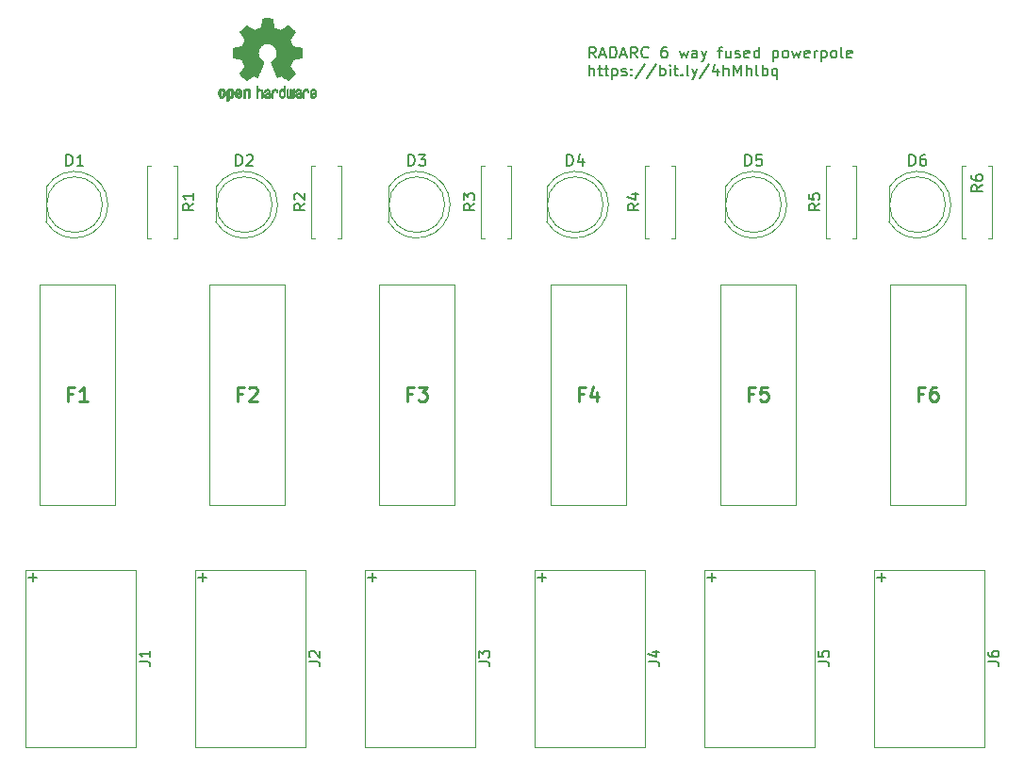
<source format=gto>
%TF.GenerationSoftware,KiCad,Pcbnew,8.0.8-2.fc41*%
%TF.CreationDate,2025-02-20T10:07:06+00:00*%
%TF.ProjectId,PowerPoleFused,506f7765-7250-46f6-9c65-46757365642e,rev?*%
%TF.SameCoordinates,Original*%
%TF.FileFunction,Legend,Top*%
%TF.FilePolarity,Positive*%
%FSLAX46Y46*%
G04 Gerber Fmt 4.6, Leading zero omitted, Abs format (unit mm)*
G04 Created by KiCad (PCBNEW 8.0.8-2.fc41) date 2025-02-20 10:07:06*
%MOMM*%
%LPD*%
G01*
G04 APERTURE LIST*
%ADD10C,0.150000*%
%ADD11C,0.254000*%
%ADD12C,0.010000*%
%ADD13C,0.120000*%
%ADD14C,0.100000*%
%ADD15R,1.800000X1.800000*%
%ADD16C,1.800000*%
%ADD17O,6.000000X5.500000*%
%ADD18O,1.600000X1.600000*%
%ADD19C,1.600000*%
%ADD20C,2.400000*%
%ADD21C,4.300000*%
G04 APERTURE END LIST*
D10*
X102432007Y-37604475D02*
X102098674Y-37128284D01*
X101860579Y-37604475D02*
X101860579Y-36604475D01*
X101860579Y-36604475D02*
X102241531Y-36604475D01*
X102241531Y-36604475D02*
X102336769Y-36652094D01*
X102336769Y-36652094D02*
X102384388Y-36699713D01*
X102384388Y-36699713D02*
X102432007Y-36794951D01*
X102432007Y-36794951D02*
X102432007Y-36937808D01*
X102432007Y-36937808D02*
X102384388Y-37033046D01*
X102384388Y-37033046D02*
X102336769Y-37080665D01*
X102336769Y-37080665D02*
X102241531Y-37128284D01*
X102241531Y-37128284D02*
X101860579Y-37128284D01*
X102812960Y-37318760D02*
X103289150Y-37318760D01*
X102717722Y-37604475D02*
X103051055Y-36604475D01*
X103051055Y-36604475D02*
X103384388Y-37604475D01*
X103717722Y-37604475D02*
X103717722Y-36604475D01*
X103717722Y-36604475D02*
X103955817Y-36604475D01*
X103955817Y-36604475D02*
X104098674Y-36652094D01*
X104098674Y-36652094D02*
X104193912Y-36747332D01*
X104193912Y-36747332D02*
X104241531Y-36842570D01*
X104241531Y-36842570D02*
X104289150Y-37033046D01*
X104289150Y-37033046D02*
X104289150Y-37175903D01*
X104289150Y-37175903D02*
X104241531Y-37366379D01*
X104241531Y-37366379D02*
X104193912Y-37461617D01*
X104193912Y-37461617D02*
X104098674Y-37556856D01*
X104098674Y-37556856D02*
X103955817Y-37604475D01*
X103955817Y-37604475D02*
X103717722Y-37604475D01*
X104670103Y-37318760D02*
X105146293Y-37318760D01*
X104574865Y-37604475D02*
X104908198Y-36604475D01*
X104908198Y-36604475D02*
X105241531Y-37604475D01*
X106146293Y-37604475D02*
X105812960Y-37128284D01*
X105574865Y-37604475D02*
X105574865Y-36604475D01*
X105574865Y-36604475D02*
X105955817Y-36604475D01*
X105955817Y-36604475D02*
X106051055Y-36652094D01*
X106051055Y-36652094D02*
X106098674Y-36699713D01*
X106098674Y-36699713D02*
X106146293Y-36794951D01*
X106146293Y-36794951D02*
X106146293Y-36937808D01*
X106146293Y-36937808D02*
X106098674Y-37033046D01*
X106098674Y-37033046D02*
X106051055Y-37080665D01*
X106051055Y-37080665D02*
X105955817Y-37128284D01*
X105955817Y-37128284D02*
X105574865Y-37128284D01*
X107146293Y-37509236D02*
X107098674Y-37556856D01*
X107098674Y-37556856D02*
X106955817Y-37604475D01*
X106955817Y-37604475D02*
X106860579Y-37604475D01*
X106860579Y-37604475D02*
X106717722Y-37556856D01*
X106717722Y-37556856D02*
X106622484Y-37461617D01*
X106622484Y-37461617D02*
X106574865Y-37366379D01*
X106574865Y-37366379D02*
X106527246Y-37175903D01*
X106527246Y-37175903D02*
X106527246Y-37033046D01*
X106527246Y-37033046D02*
X106574865Y-36842570D01*
X106574865Y-36842570D02*
X106622484Y-36747332D01*
X106622484Y-36747332D02*
X106717722Y-36652094D01*
X106717722Y-36652094D02*
X106860579Y-36604475D01*
X106860579Y-36604475D02*
X106955817Y-36604475D01*
X106955817Y-36604475D02*
X107098674Y-36652094D01*
X107098674Y-36652094D02*
X107146293Y-36699713D01*
X108765341Y-36604475D02*
X108574865Y-36604475D01*
X108574865Y-36604475D02*
X108479627Y-36652094D01*
X108479627Y-36652094D02*
X108432008Y-36699713D01*
X108432008Y-36699713D02*
X108336770Y-36842570D01*
X108336770Y-36842570D02*
X108289151Y-37033046D01*
X108289151Y-37033046D02*
X108289151Y-37413998D01*
X108289151Y-37413998D02*
X108336770Y-37509236D01*
X108336770Y-37509236D02*
X108384389Y-37556856D01*
X108384389Y-37556856D02*
X108479627Y-37604475D01*
X108479627Y-37604475D02*
X108670103Y-37604475D01*
X108670103Y-37604475D02*
X108765341Y-37556856D01*
X108765341Y-37556856D02*
X108812960Y-37509236D01*
X108812960Y-37509236D02*
X108860579Y-37413998D01*
X108860579Y-37413998D02*
X108860579Y-37175903D01*
X108860579Y-37175903D02*
X108812960Y-37080665D01*
X108812960Y-37080665D02*
X108765341Y-37033046D01*
X108765341Y-37033046D02*
X108670103Y-36985427D01*
X108670103Y-36985427D02*
X108479627Y-36985427D01*
X108479627Y-36985427D02*
X108384389Y-37033046D01*
X108384389Y-37033046D02*
X108336770Y-37080665D01*
X108336770Y-37080665D02*
X108289151Y-37175903D01*
X109955818Y-36937808D02*
X110146294Y-37604475D01*
X110146294Y-37604475D02*
X110336770Y-37128284D01*
X110336770Y-37128284D02*
X110527246Y-37604475D01*
X110527246Y-37604475D02*
X110717722Y-36937808D01*
X111527246Y-37604475D02*
X111527246Y-37080665D01*
X111527246Y-37080665D02*
X111479627Y-36985427D01*
X111479627Y-36985427D02*
X111384389Y-36937808D01*
X111384389Y-36937808D02*
X111193913Y-36937808D01*
X111193913Y-36937808D02*
X111098675Y-36985427D01*
X111527246Y-37556856D02*
X111432008Y-37604475D01*
X111432008Y-37604475D02*
X111193913Y-37604475D01*
X111193913Y-37604475D02*
X111098675Y-37556856D01*
X111098675Y-37556856D02*
X111051056Y-37461617D01*
X111051056Y-37461617D02*
X111051056Y-37366379D01*
X111051056Y-37366379D02*
X111098675Y-37271141D01*
X111098675Y-37271141D02*
X111193913Y-37223522D01*
X111193913Y-37223522D02*
X111432008Y-37223522D01*
X111432008Y-37223522D02*
X111527246Y-37175903D01*
X111908199Y-36937808D02*
X112146294Y-37604475D01*
X112384389Y-36937808D02*
X112146294Y-37604475D01*
X112146294Y-37604475D02*
X112051056Y-37842570D01*
X112051056Y-37842570D02*
X112003437Y-37890189D01*
X112003437Y-37890189D02*
X111908199Y-37937808D01*
X113384390Y-36937808D02*
X113765342Y-36937808D01*
X113527247Y-37604475D02*
X113527247Y-36747332D01*
X113527247Y-36747332D02*
X113574866Y-36652094D01*
X113574866Y-36652094D02*
X113670104Y-36604475D01*
X113670104Y-36604475D02*
X113765342Y-36604475D01*
X114527247Y-36937808D02*
X114527247Y-37604475D01*
X114098676Y-36937808D02*
X114098676Y-37461617D01*
X114098676Y-37461617D02*
X114146295Y-37556856D01*
X114146295Y-37556856D02*
X114241533Y-37604475D01*
X114241533Y-37604475D02*
X114384390Y-37604475D01*
X114384390Y-37604475D02*
X114479628Y-37556856D01*
X114479628Y-37556856D02*
X114527247Y-37509236D01*
X114955819Y-37556856D02*
X115051057Y-37604475D01*
X115051057Y-37604475D02*
X115241533Y-37604475D01*
X115241533Y-37604475D02*
X115336771Y-37556856D01*
X115336771Y-37556856D02*
X115384390Y-37461617D01*
X115384390Y-37461617D02*
X115384390Y-37413998D01*
X115384390Y-37413998D02*
X115336771Y-37318760D01*
X115336771Y-37318760D02*
X115241533Y-37271141D01*
X115241533Y-37271141D02*
X115098676Y-37271141D01*
X115098676Y-37271141D02*
X115003438Y-37223522D01*
X115003438Y-37223522D02*
X114955819Y-37128284D01*
X114955819Y-37128284D02*
X114955819Y-37080665D01*
X114955819Y-37080665D02*
X115003438Y-36985427D01*
X115003438Y-36985427D02*
X115098676Y-36937808D01*
X115098676Y-36937808D02*
X115241533Y-36937808D01*
X115241533Y-36937808D02*
X115336771Y-36985427D01*
X116193914Y-37556856D02*
X116098676Y-37604475D01*
X116098676Y-37604475D02*
X115908200Y-37604475D01*
X115908200Y-37604475D02*
X115812962Y-37556856D01*
X115812962Y-37556856D02*
X115765343Y-37461617D01*
X115765343Y-37461617D02*
X115765343Y-37080665D01*
X115765343Y-37080665D02*
X115812962Y-36985427D01*
X115812962Y-36985427D02*
X115908200Y-36937808D01*
X115908200Y-36937808D02*
X116098676Y-36937808D01*
X116098676Y-36937808D02*
X116193914Y-36985427D01*
X116193914Y-36985427D02*
X116241533Y-37080665D01*
X116241533Y-37080665D02*
X116241533Y-37175903D01*
X116241533Y-37175903D02*
X115765343Y-37271141D01*
X117098676Y-37604475D02*
X117098676Y-36604475D01*
X117098676Y-37556856D02*
X117003438Y-37604475D01*
X117003438Y-37604475D02*
X116812962Y-37604475D01*
X116812962Y-37604475D02*
X116717724Y-37556856D01*
X116717724Y-37556856D02*
X116670105Y-37509236D01*
X116670105Y-37509236D02*
X116622486Y-37413998D01*
X116622486Y-37413998D02*
X116622486Y-37128284D01*
X116622486Y-37128284D02*
X116670105Y-37033046D01*
X116670105Y-37033046D02*
X116717724Y-36985427D01*
X116717724Y-36985427D02*
X116812962Y-36937808D01*
X116812962Y-36937808D02*
X117003438Y-36937808D01*
X117003438Y-36937808D02*
X117098676Y-36985427D01*
X118336772Y-36937808D02*
X118336772Y-37937808D01*
X118336772Y-36985427D02*
X118432010Y-36937808D01*
X118432010Y-36937808D02*
X118622486Y-36937808D01*
X118622486Y-36937808D02*
X118717724Y-36985427D01*
X118717724Y-36985427D02*
X118765343Y-37033046D01*
X118765343Y-37033046D02*
X118812962Y-37128284D01*
X118812962Y-37128284D02*
X118812962Y-37413998D01*
X118812962Y-37413998D02*
X118765343Y-37509236D01*
X118765343Y-37509236D02*
X118717724Y-37556856D01*
X118717724Y-37556856D02*
X118622486Y-37604475D01*
X118622486Y-37604475D02*
X118432010Y-37604475D01*
X118432010Y-37604475D02*
X118336772Y-37556856D01*
X119384391Y-37604475D02*
X119289153Y-37556856D01*
X119289153Y-37556856D02*
X119241534Y-37509236D01*
X119241534Y-37509236D02*
X119193915Y-37413998D01*
X119193915Y-37413998D02*
X119193915Y-37128284D01*
X119193915Y-37128284D02*
X119241534Y-37033046D01*
X119241534Y-37033046D02*
X119289153Y-36985427D01*
X119289153Y-36985427D02*
X119384391Y-36937808D01*
X119384391Y-36937808D02*
X119527248Y-36937808D01*
X119527248Y-36937808D02*
X119622486Y-36985427D01*
X119622486Y-36985427D02*
X119670105Y-37033046D01*
X119670105Y-37033046D02*
X119717724Y-37128284D01*
X119717724Y-37128284D02*
X119717724Y-37413998D01*
X119717724Y-37413998D02*
X119670105Y-37509236D01*
X119670105Y-37509236D02*
X119622486Y-37556856D01*
X119622486Y-37556856D02*
X119527248Y-37604475D01*
X119527248Y-37604475D02*
X119384391Y-37604475D01*
X120051058Y-36937808D02*
X120241534Y-37604475D01*
X120241534Y-37604475D02*
X120432010Y-37128284D01*
X120432010Y-37128284D02*
X120622486Y-37604475D01*
X120622486Y-37604475D02*
X120812962Y-36937808D01*
X121574867Y-37556856D02*
X121479629Y-37604475D01*
X121479629Y-37604475D02*
X121289153Y-37604475D01*
X121289153Y-37604475D02*
X121193915Y-37556856D01*
X121193915Y-37556856D02*
X121146296Y-37461617D01*
X121146296Y-37461617D02*
X121146296Y-37080665D01*
X121146296Y-37080665D02*
X121193915Y-36985427D01*
X121193915Y-36985427D02*
X121289153Y-36937808D01*
X121289153Y-36937808D02*
X121479629Y-36937808D01*
X121479629Y-36937808D02*
X121574867Y-36985427D01*
X121574867Y-36985427D02*
X121622486Y-37080665D01*
X121622486Y-37080665D02*
X121622486Y-37175903D01*
X121622486Y-37175903D02*
X121146296Y-37271141D01*
X122051058Y-37604475D02*
X122051058Y-36937808D01*
X122051058Y-37128284D02*
X122098677Y-37033046D01*
X122098677Y-37033046D02*
X122146296Y-36985427D01*
X122146296Y-36985427D02*
X122241534Y-36937808D01*
X122241534Y-36937808D02*
X122336772Y-36937808D01*
X122670106Y-36937808D02*
X122670106Y-37937808D01*
X122670106Y-36985427D02*
X122765344Y-36937808D01*
X122765344Y-36937808D02*
X122955820Y-36937808D01*
X122955820Y-36937808D02*
X123051058Y-36985427D01*
X123051058Y-36985427D02*
X123098677Y-37033046D01*
X123098677Y-37033046D02*
X123146296Y-37128284D01*
X123146296Y-37128284D02*
X123146296Y-37413998D01*
X123146296Y-37413998D02*
X123098677Y-37509236D01*
X123098677Y-37509236D02*
X123051058Y-37556856D01*
X123051058Y-37556856D02*
X122955820Y-37604475D01*
X122955820Y-37604475D02*
X122765344Y-37604475D01*
X122765344Y-37604475D02*
X122670106Y-37556856D01*
X123717725Y-37604475D02*
X123622487Y-37556856D01*
X123622487Y-37556856D02*
X123574868Y-37509236D01*
X123574868Y-37509236D02*
X123527249Y-37413998D01*
X123527249Y-37413998D02*
X123527249Y-37128284D01*
X123527249Y-37128284D02*
X123574868Y-37033046D01*
X123574868Y-37033046D02*
X123622487Y-36985427D01*
X123622487Y-36985427D02*
X123717725Y-36937808D01*
X123717725Y-36937808D02*
X123860582Y-36937808D01*
X123860582Y-36937808D02*
X123955820Y-36985427D01*
X123955820Y-36985427D02*
X124003439Y-37033046D01*
X124003439Y-37033046D02*
X124051058Y-37128284D01*
X124051058Y-37128284D02*
X124051058Y-37413998D01*
X124051058Y-37413998D02*
X124003439Y-37509236D01*
X124003439Y-37509236D02*
X123955820Y-37556856D01*
X123955820Y-37556856D02*
X123860582Y-37604475D01*
X123860582Y-37604475D02*
X123717725Y-37604475D01*
X124622487Y-37604475D02*
X124527249Y-37556856D01*
X124527249Y-37556856D02*
X124479630Y-37461617D01*
X124479630Y-37461617D02*
X124479630Y-36604475D01*
X125384392Y-37556856D02*
X125289154Y-37604475D01*
X125289154Y-37604475D02*
X125098678Y-37604475D01*
X125098678Y-37604475D02*
X125003440Y-37556856D01*
X125003440Y-37556856D02*
X124955821Y-37461617D01*
X124955821Y-37461617D02*
X124955821Y-37080665D01*
X124955821Y-37080665D02*
X125003440Y-36985427D01*
X125003440Y-36985427D02*
X125098678Y-36937808D01*
X125098678Y-36937808D02*
X125289154Y-36937808D01*
X125289154Y-36937808D02*
X125384392Y-36985427D01*
X125384392Y-36985427D02*
X125432011Y-37080665D01*
X125432011Y-37080665D02*
X125432011Y-37175903D01*
X125432011Y-37175903D02*
X124955821Y-37271141D01*
X101860579Y-39214419D02*
X101860579Y-38214419D01*
X102289150Y-39214419D02*
X102289150Y-38690609D01*
X102289150Y-38690609D02*
X102241531Y-38595371D01*
X102241531Y-38595371D02*
X102146293Y-38547752D01*
X102146293Y-38547752D02*
X102003436Y-38547752D01*
X102003436Y-38547752D02*
X101908198Y-38595371D01*
X101908198Y-38595371D02*
X101860579Y-38642990D01*
X102622484Y-38547752D02*
X103003436Y-38547752D01*
X102765341Y-38214419D02*
X102765341Y-39071561D01*
X102765341Y-39071561D02*
X102812960Y-39166800D01*
X102812960Y-39166800D02*
X102908198Y-39214419D01*
X102908198Y-39214419D02*
X103003436Y-39214419D01*
X103193913Y-38547752D02*
X103574865Y-38547752D01*
X103336770Y-38214419D02*
X103336770Y-39071561D01*
X103336770Y-39071561D02*
X103384389Y-39166800D01*
X103384389Y-39166800D02*
X103479627Y-39214419D01*
X103479627Y-39214419D02*
X103574865Y-39214419D01*
X103908199Y-38547752D02*
X103908199Y-39547752D01*
X103908199Y-38595371D02*
X104003437Y-38547752D01*
X104003437Y-38547752D02*
X104193913Y-38547752D01*
X104193913Y-38547752D02*
X104289151Y-38595371D01*
X104289151Y-38595371D02*
X104336770Y-38642990D01*
X104336770Y-38642990D02*
X104384389Y-38738228D01*
X104384389Y-38738228D02*
X104384389Y-39023942D01*
X104384389Y-39023942D02*
X104336770Y-39119180D01*
X104336770Y-39119180D02*
X104289151Y-39166800D01*
X104289151Y-39166800D02*
X104193913Y-39214419D01*
X104193913Y-39214419D02*
X104003437Y-39214419D01*
X104003437Y-39214419D02*
X103908199Y-39166800D01*
X104765342Y-39166800D02*
X104860580Y-39214419D01*
X104860580Y-39214419D02*
X105051056Y-39214419D01*
X105051056Y-39214419D02*
X105146294Y-39166800D01*
X105146294Y-39166800D02*
X105193913Y-39071561D01*
X105193913Y-39071561D02*
X105193913Y-39023942D01*
X105193913Y-39023942D02*
X105146294Y-38928704D01*
X105146294Y-38928704D02*
X105051056Y-38881085D01*
X105051056Y-38881085D02*
X104908199Y-38881085D01*
X104908199Y-38881085D02*
X104812961Y-38833466D01*
X104812961Y-38833466D02*
X104765342Y-38738228D01*
X104765342Y-38738228D02*
X104765342Y-38690609D01*
X104765342Y-38690609D02*
X104812961Y-38595371D01*
X104812961Y-38595371D02*
X104908199Y-38547752D01*
X104908199Y-38547752D02*
X105051056Y-38547752D01*
X105051056Y-38547752D02*
X105146294Y-38595371D01*
X105622485Y-39119180D02*
X105670104Y-39166800D01*
X105670104Y-39166800D02*
X105622485Y-39214419D01*
X105622485Y-39214419D02*
X105574866Y-39166800D01*
X105574866Y-39166800D02*
X105622485Y-39119180D01*
X105622485Y-39119180D02*
X105622485Y-39214419D01*
X105622485Y-38595371D02*
X105670104Y-38642990D01*
X105670104Y-38642990D02*
X105622485Y-38690609D01*
X105622485Y-38690609D02*
X105574866Y-38642990D01*
X105574866Y-38642990D02*
X105622485Y-38595371D01*
X105622485Y-38595371D02*
X105622485Y-38690609D01*
X106812960Y-38166800D02*
X105955818Y-39452514D01*
X107860579Y-38166800D02*
X107003437Y-39452514D01*
X108193913Y-39214419D02*
X108193913Y-38214419D01*
X108193913Y-38595371D02*
X108289151Y-38547752D01*
X108289151Y-38547752D02*
X108479627Y-38547752D01*
X108479627Y-38547752D02*
X108574865Y-38595371D01*
X108574865Y-38595371D02*
X108622484Y-38642990D01*
X108622484Y-38642990D02*
X108670103Y-38738228D01*
X108670103Y-38738228D02*
X108670103Y-39023942D01*
X108670103Y-39023942D02*
X108622484Y-39119180D01*
X108622484Y-39119180D02*
X108574865Y-39166800D01*
X108574865Y-39166800D02*
X108479627Y-39214419D01*
X108479627Y-39214419D02*
X108289151Y-39214419D01*
X108289151Y-39214419D02*
X108193913Y-39166800D01*
X109098675Y-39214419D02*
X109098675Y-38547752D01*
X109098675Y-38214419D02*
X109051056Y-38262038D01*
X109051056Y-38262038D02*
X109098675Y-38309657D01*
X109098675Y-38309657D02*
X109146294Y-38262038D01*
X109146294Y-38262038D02*
X109098675Y-38214419D01*
X109098675Y-38214419D02*
X109098675Y-38309657D01*
X109432008Y-38547752D02*
X109812960Y-38547752D01*
X109574865Y-38214419D02*
X109574865Y-39071561D01*
X109574865Y-39071561D02*
X109622484Y-39166800D01*
X109622484Y-39166800D02*
X109717722Y-39214419D01*
X109717722Y-39214419D02*
X109812960Y-39214419D01*
X110146294Y-39119180D02*
X110193913Y-39166800D01*
X110193913Y-39166800D02*
X110146294Y-39214419D01*
X110146294Y-39214419D02*
X110098675Y-39166800D01*
X110098675Y-39166800D02*
X110146294Y-39119180D01*
X110146294Y-39119180D02*
X110146294Y-39214419D01*
X110765341Y-39214419D02*
X110670103Y-39166800D01*
X110670103Y-39166800D02*
X110622484Y-39071561D01*
X110622484Y-39071561D02*
X110622484Y-38214419D01*
X111051056Y-38547752D02*
X111289151Y-39214419D01*
X111527246Y-38547752D02*
X111289151Y-39214419D01*
X111289151Y-39214419D02*
X111193913Y-39452514D01*
X111193913Y-39452514D02*
X111146294Y-39500133D01*
X111146294Y-39500133D02*
X111051056Y-39547752D01*
X112622484Y-38166800D02*
X111765342Y-39452514D01*
X113384389Y-38547752D02*
X113384389Y-39214419D01*
X113146294Y-38166800D02*
X112908199Y-38881085D01*
X112908199Y-38881085D02*
X113527246Y-38881085D01*
X113908199Y-39214419D02*
X113908199Y-38214419D01*
X114336770Y-39214419D02*
X114336770Y-38690609D01*
X114336770Y-38690609D02*
X114289151Y-38595371D01*
X114289151Y-38595371D02*
X114193913Y-38547752D01*
X114193913Y-38547752D02*
X114051056Y-38547752D01*
X114051056Y-38547752D02*
X113955818Y-38595371D01*
X113955818Y-38595371D02*
X113908199Y-38642990D01*
X114812961Y-39214419D02*
X114812961Y-38214419D01*
X114812961Y-38214419D02*
X115146294Y-38928704D01*
X115146294Y-38928704D02*
X115479627Y-38214419D01*
X115479627Y-38214419D02*
X115479627Y-39214419D01*
X115955818Y-39214419D02*
X115955818Y-38214419D01*
X116384389Y-39214419D02*
X116384389Y-38690609D01*
X116384389Y-38690609D02*
X116336770Y-38595371D01*
X116336770Y-38595371D02*
X116241532Y-38547752D01*
X116241532Y-38547752D02*
X116098675Y-38547752D01*
X116098675Y-38547752D02*
X116003437Y-38595371D01*
X116003437Y-38595371D02*
X115955818Y-38642990D01*
X117003437Y-39214419D02*
X116908199Y-39166800D01*
X116908199Y-39166800D02*
X116860580Y-39071561D01*
X116860580Y-39071561D02*
X116860580Y-38214419D01*
X117384390Y-39214419D02*
X117384390Y-38214419D01*
X117384390Y-38595371D02*
X117479628Y-38547752D01*
X117479628Y-38547752D02*
X117670104Y-38547752D01*
X117670104Y-38547752D02*
X117765342Y-38595371D01*
X117765342Y-38595371D02*
X117812961Y-38642990D01*
X117812961Y-38642990D02*
X117860580Y-38738228D01*
X117860580Y-38738228D02*
X117860580Y-39023942D01*
X117860580Y-39023942D02*
X117812961Y-39119180D01*
X117812961Y-39119180D02*
X117765342Y-39166800D01*
X117765342Y-39166800D02*
X117670104Y-39214419D01*
X117670104Y-39214419D02*
X117479628Y-39214419D01*
X117479628Y-39214419D02*
X117384390Y-39166800D01*
X118717723Y-38547752D02*
X118717723Y-39547752D01*
X118717723Y-39166800D02*
X118622485Y-39214419D01*
X118622485Y-39214419D02*
X118432009Y-39214419D01*
X118432009Y-39214419D02*
X118336771Y-39166800D01*
X118336771Y-39166800D02*
X118289152Y-39119180D01*
X118289152Y-39119180D02*
X118241533Y-39023942D01*
X118241533Y-39023942D02*
X118241533Y-38738228D01*
X118241533Y-38738228D02*
X118289152Y-38642990D01*
X118289152Y-38642990D02*
X118336771Y-38595371D01*
X118336771Y-38595371D02*
X118432009Y-38547752D01*
X118432009Y-38547752D02*
X118622485Y-38547752D01*
X118622485Y-38547752D02*
X118717723Y-38595371D01*
X85616905Y-47294819D02*
X85616905Y-46294819D01*
X85616905Y-46294819D02*
X85855000Y-46294819D01*
X85855000Y-46294819D02*
X85997857Y-46342438D01*
X85997857Y-46342438D02*
X86093095Y-46437676D01*
X86093095Y-46437676D02*
X86140714Y-46532914D01*
X86140714Y-46532914D02*
X86188333Y-46723390D01*
X86188333Y-46723390D02*
X86188333Y-46866247D01*
X86188333Y-46866247D02*
X86140714Y-47056723D01*
X86140714Y-47056723D02*
X86093095Y-47151961D01*
X86093095Y-47151961D02*
X85997857Y-47247200D01*
X85997857Y-47247200D02*
X85855000Y-47294819D01*
X85855000Y-47294819D02*
X85616905Y-47294819D01*
X86521667Y-46294819D02*
X87140714Y-46294819D01*
X87140714Y-46294819D02*
X86807381Y-46675771D01*
X86807381Y-46675771D02*
X86950238Y-46675771D01*
X86950238Y-46675771D02*
X87045476Y-46723390D01*
X87045476Y-46723390D02*
X87093095Y-46771009D01*
X87093095Y-46771009D02*
X87140714Y-46866247D01*
X87140714Y-46866247D02*
X87140714Y-47104342D01*
X87140714Y-47104342D02*
X87093095Y-47199580D01*
X87093095Y-47199580D02*
X87045476Y-47247200D01*
X87045476Y-47247200D02*
X86950238Y-47294819D01*
X86950238Y-47294819D02*
X86664524Y-47294819D01*
X86664524Y-47294819D02*
X86569286Y-47247200D01*
X86569286Y-47247200D02*
X86521667Y-47199580D01*
X91910819Y-91874333D02*
X92625104Y-91874333D01*
X92625104Y-91874333D02*
X92767961Y-91921952D01*
X92767961Y-91921952D02*
X92863200Y-92017190D01*
X92863200Y-92017190D02*
X92910819Y-92160047D01*
X92910819Y-92160047D02*
X92910819Y-92255285D01*
X91910819Y-91493380D02*
X91910819Y-90874333D01*
X91910819Y-90874333D02*
X92291771Y-91207666D01*
X92291771Y-91207666D02*
X92291771Y-91064809D01*
X92291771Y-91064809D02*
X92339390Y-90969571D01*
X92339390Y-90969571D02*
X92387009Y-90921952D01*
X92387009Y-90921952D02*
X92482247Y-90874333D01*
X92482247Y-90874333D02*
X92720342Y-90874333D01*
X92720342Y-90874333D02*
X92815580Y-90921952D01*
X92815580Y-90921952D02*
X92863200Y-90969571D01*
X92863200Y-90969571D02*
X92910819Y-91064809D01*
X92910819Y-91064809D02*
X92910819Y-91350523D01*
X92910819Y-91350523D02*
X92863200Y-91445761D01*
X92863200Y-91445761D02*
X92815580Y-91493380D01*
X82369866Y-84682951D02*
X82369866Y-83921047D01*
X82750819Y-84301999D02*
X81988914Y-84301999D01*
X99840905Y-47294819D02*
X99840905Y-46294819D01*
X99840905Y-46294819D02*
X100079000Y-46294819D01*
X100079000Y-46294819D02*
X100221857Y-46342438D01*
X100221857Y-46342438D02*
X100317095Y-46437676D01*
X100317095Y-46437676D02*
X100364714Y-46532914D01*
X100364714Y-46532914D02*
X100412333Y-46723390D01*
X100412333Y-46723390D02*
X100412333Y-46866247D01*
X100412333Y-46866247D02*
X100364714Y-47056723D01*
X100364714Y-47056723D02*
X100317095Y-47151961D01*
X100317095Y-47151961D02*
X100221857Y-47247200D01*
X100221857Y-47247200D02*
X100079000Y-47294819D01*
X100079000Y-47294819D02*
X99840905Y-47294819D01*
X101269476Y-46628152D02*
X101269476Y-47294819D01*
X101031381Y-46247200D02*
X100793286Y-46961485D01*
X100793286Y-46961485D02*
X101412333Y-46961485D01*
X54887905Y-47294819D02*
X54887905Y-46294819D01*
X54887905Y-46294819D02*
X55126000Y-46294819D01*
X55126000Y-46294819D02*
X55268857Y-46342438D01*
X55268857Y-46342438D02*
X55364095Y-46437676D01*
X55364095Y-46437676D02*
X55411714Y-46532914D01*
X55411714Y-46532914D02*
X55459333Y-46723390D01*
X55459333Y-46723390D02*
X55459333Y-46866247D01*
X55459333Y-46866247D02*
X55411714Y-47056723D01*
X55411714Y-47056723D02*
X55364095Y-47151961D01*
X55364095Y-47151961D02*
X55268857Y-47247200D01*
X55268857Y-47247200D02*
X55126000Y-47294819D01*
X55126000Y-47294819D02*
X54887905Y-47294819D01*
X56411714Y-47294819D02*
X55840286Y-47294819D01*
X56126000Y-47294819D02*
X56126000Y-46294819D01*
X56126000Y-46294819D02*
X56030762Y-46437676D01*
X56030762Y-46437676D02*
X55935524Y-46532914D01*
X55935524Y-46532914D02*
X55840286Y-46580533D01*
X115847905Y-47294819D02*
X115847905Y-46294819D01*
X115847905Y-46294819D02*
X116086000Y-46294819D01*
X116086000Y-46294819D02*
X116228857Y-46342438D01*
X116228857Y-46342438D02*
X116324095Y-46437676D01*
X116324095Y-46437676D02*
X116371714Y-46532914D01*
X116371714Y-46532914D02*
X116419333Y-46723390D01*
X116419333Y-46723390D02*
X116419333Y-46866247D01*
X116419333Y-46866247D02*
X116371714Y-47056723D01*
X116371714Y-47056723D02*
X116324095Y-47151961D01*
X116324095Y-47151961D02*
X116228857Y-47247200D01*
X116228857Y-47247200D02*
X116086000Y-47294819D01*
X116086000Y-47294819D02*
X115847905Y-47294819D01*
X117324095Y-46294819D02*
X116847905Y-46294819D01*
X116847905Y-46294819D02*
X116800286Y-46771009D01*
X116800286Y-46771009D02*
X116847905Y-46723390D01*
X116847905Y-46723390D02*
X116943143Y-46675771D01*
X116943143Y-46675771D02*
X117181238Y-46675771D01*
X117181238Y-46675771D02*
X117276476Y-46723390D01*
X117276476Y-46723390D02*
X117324095Y-46771009D01*
X117324095Y-46771009D02*
X117371714Y-46866247D01*
X117371714Y-46866247D02*
X117371714Y-47104342D01*
X117371714Y-47104342D02*
X117324095Y-47199580D01*
X117324095Y-47199580D02*
X117276476Y-47247200D01*
X117276476Y-47247200D02*
X117181238Y-47294819D01*
X117181238Y-47294819D02*
X116943143Y-47294819D01*
X116943143Y-47294819D02*
X116847905Y-47247200D01*
X116847905Y-47247200D02*
X116800286Y-47199580D01*
X76670819Y-91874333D02*
X77385104Y-91874333D01*
X77385104Y-91874333D02*
X77527961Y-91921952D01*
X77527961Y-91921952D02*
X77623200Y-92017190D01*
X77623200Y-92017190D02*
X77670819Y-92160047D01*
X77670819Y-92160047D02*
X77670819Y-92255285D01*
X76766057Y-91445761D02*
X76718438Y-91398142D01*
X76718438Y-91398142D02*
X76670819Y-91302904D01*
X76670819Y-91302904D02*
X76670819Y-91064809D01*
X76670819Y-91064809D02*
X76718438Y-90969571D01*
X76718438Y-90969571D02*
X76766057Y-90921952D01*
X76766057Y-90921952D02*
X76861295Y-90874333D01*
X76861295Y-90874333D02*
X76956533Y-90874333D01*
X76956533Y-90874333D02*
X77099390Y-90921952D01*
X77099390Y-90921952D02*
X77670819Y-91493380D01*
X77670819Y-91493380D02*
X77670819Y-90874333D01*
X67129866Y-84682951D02*
X67129866Y-83921047D01*
X67510819Y-84301999D02*
X66748914Y-84301999D01*
X66324819Y-50712666D02*
X65848628Y-51045999D01*
X66324819Y-51284094D02*
X65324819Y-51284094D01*
X65324819Y-51284094D02*
X65324819Y-50903142D01*
X65324819Y-50903142D02*
X65372438Y-50807904D01*
X65372438Y-50807904D02*
X65420057Y-50760285D01*
X65420057Y-50760285D02*
X65515295Y-50712666D01*
X65515295Y-50712666D02*
X65658152Y-50712666D01*
X65658152Y-50712666D02*
X65753390Y-50760285D01*
X65753390Y-50760285D02*
X65801009Y-50807904D01*
X65801009Y-50807904D02*
X65848628Y-50903142D01*
X65848628Y-50903142D02*
X65848628Y-51284094D01*
X66324819Y-49760285D02*
X66324819Y-50331713D01*
X66324819Y-50045999D02*
X65324819Y-50045999D01*
X65324819Y-50045999D02*
X65467676Y-50141237D01*
X65467676Y-50141237D02*
X65562914Y-50236475D01*
X65562914Y-50236475D02*
X65610533Y-50331713D01*
X130579905Y-47294819D02*
X130579905Y-46294819D01*
X130579905Y-46294819D02*
X130818000Y-46294819D01*
X130818000Y-46294819D02*
X130960857Y-46342438D01*
X130960857Y-46342438D02*
X131056095Y-46437676D01*
X131056095Y-46437676D02*
X131103714Y-46532914D01*
X131103714Y-46532914D02*
X131151333Y-46723390D01*
X131151333Y-46723390D02*
X131151333Y-46866247D01*
X131151333Y-46866247D02*
X131103714Y-47056723D01*
X131103714Y-47056723D02*
X131056095Y-47151961D01*
X131056095Y-47151961D02*
X130960857Y-47247200D01*
X130960857Y-47247200D02*
X130818000Y-47294819D01*
X130818000Y-47294819D02*
X130579905Y-47294819D01*
X132008476Y-46294819D02*
X131818000Y-46294819D01*
X131818000Y-46294819D02*
X131722762Y-46342438D01*
X131722762Y-46342438D02*
X131675143Y-46390057D01*
X131675143Y-46390057D02*
X131579905Y-46532914D01*
X131579905Y-46532914D02*
X131532286Y-46723390D01*
X131532286Y-46723390D02*
X131532286Y-47104342D01*
X131532286Y-47104342D02*
X131579905Y-47199580D01*
X131579905Y-47199580D02*
X131627524Y-47247200D01*
X131627524Y-47247200D02*
X131722762Y-47294819D01*
X131722762Y-47294819D02*
X131913238Y-47294819D01*
X131913238Y-47294819D02*
X132008476Y-47247200D01*
X132008476Y-47247200D02*
X132056095Y-47199580D01*
X132056095Y-47199580D02*
X132103714Y-47104342D01*
X132103714Y-47104342D02*
X132103714Y-46866247D01*
X132103714Y-46866247D02*
X132056095Y-46771009D01*
X132056095Y-46771009D02*
X132008476Y-46723390D01*
X132008476Y-46723390D02*
X131913238Y-46675771D01*
X131913238Y-46675771D02*
X131722762Y-46675771D01*
X131722762Y-46675771D02*
X131627524Y-46723390D01*
X131627524Y-46723390D02*
X131579905Y-46771009D01*
X131579905Y-46771009D02*
X131532286Y-46866247D01*
X122544819Y-50712666D02*
X122068628Y-51045999D01*
X122544819Y-51284094D02*
X121544819Y-51284094D01*
X121544819Y-51284094D02*
X121544819Y-50903142D01*
X121544819Y-50903142D02*
X121592438Y-50807904D01*
X121592438Y-50807904D02*
X121640057Y-50760285D01*
X121640057Y-50760285D02*
X121735295Y-50712666D01*
X121735295Y-50712666D02*
X121878152Y-50712666D01*
X121878152Y-50712666D02*
X121973390Y-50760285D01*
X121973390Y-50760285D02*
X122021009Y-50807904D01*
X122021009Y-50807904D02*
X122068628Y-50903142D01*
X122068628Y-50903142D02*
X122068628Y-51284094D01*
X121544819Y-49807904D02*
X121544819Y-50284094D01*
X121544819Y-50284094D02*
X122021009Y-50331713D01*
X122021009Y-50331713D02*
X121973390Y-50284094D01*
X121973390Y-50284094D02*
X121925771Y-50188856D01*
X121925771Y-50188856D02*
X121925771Y-49950761D01*
X121925771Y-49950761D02*
X121973390Y-49855523D01*
X121973390Y-49855523D02*
X122021009Y-49807904D01*
X122021009Y-49807904D02*
X122116247Y-49760285D01*
X122116247Y-49760285D02*
X122354342Y-49760285D01*
X122354342Y-49760285D02*
X122449580Y-49807904D01*
X122449580Y-49807904D02*
X122497200Y-49855523D01*
X122497200Y-49855523D02*
X122544819Y-49950761D01*
X122544819Y-49950761D02*
X122544819Y-50188856D01*
X122544819Y-50188856D02*
X122497200Y-50284094D01*
X122497200Y-50284094D02*
X122449580Y-50331713D01*
X76316819Y-50712666D02*
X75840628Y-51045999D01*
X76316819Y-51284094D02*
X75316819Y-51284094D01*
X75316819Y-51284094D02*
X75316819Y-50903142D01*
X75316819Y-50903142D02*
X75364438Y-50807904D01*
X75364438Y-50807904D02*
X75412057Y-50760285D01*
X75412057Y-50760285D02*
X75507295Y-50712666D01*
X75507295Y-50712666D02*
X75650152Y-50712666D01*
X75650152Y-50712666D02*
X75745390Y-50760285D01*
X75745390Y-50760285D02*
X75793009Y-50807904D01*
X75793009Y-50807904D02*
X75840628Y-50903142D01*
X75840628Y-50903142D02*
X75840628Y-51284094D01*
X75412057Y-50331713D02*
X75364438Y-50284094D01*
X75364438Y-50284094D02*
X75316819Y-50188856D01*
X75316819Y-50188856D02*
X75316819Y-49950761D01*
X75316819Y-49950761D02*
X75364438Y-49855523D01*
X75364438Y-49855523D02*
X75412057Y-49807904D01*
X75412057Y-49807904D02*
X75507295Y-49760285D01*
X75507295Y-49760285D02*
X75602533Y-49760285D01*
X75602533Y-49760285D02*
X75745390Y-49807904D01*
X75745390Y-49807904D02*
X76316819Y-50379332D01*
X76316819Y-50379332D02*
X76316819Y-49760285D01*
D11*
X116575667Y-67781880D02*
X116152333Y-67781880D01*
X116152333Y-68447118D02*
X116152333Y-67177118D01*
X116152333Y-67177118D02*
X116757095Y-67177118D01*
X117845666Y-67177118D02*
X117240904Y-67177118D01*
X117240904Y-67177118D02*
X117180428Y-67781880D01*
X117180428Y-67781880D02*
X117240904Y-67721403D01*
X117240904Y-67721403D02*
X117361857Y-67660927D01*
X117361857Y-67660927D02*
X117664238Y-67660927D01*
X117664238Y-67660927D02*
X117785190Y-67721403D01*
X117785190Y-67721403D02*
X117845666Y-67781880D01*
X117845666Y-67781880D02*
X117906143Y-67902832D01*
X117906143Y-67902832D02*
X117906143Y-68205213D01*
X117906143Y-68205213D02*
X117845666Y-68326165D01*
X117845666Y-68326165D02*
X117785190Y-68386642D01*
X117785190Y-68386642D02*
X117664238Y-68447118D01*
X117664238Y-68447118D02*
X117361857Y-68447118D01*
X117361857Y-68447118D02*
X117240904Y-68386642D01*
X117240904Y-68386642D02*
X117180428Y-68326165D01*
D10*
X91556819Y-50712666D02*
X91080628Y-51045999D01*
X91556819Y-51284094D02*
X90556819Y-51284094D01*
X90556819Y-51284094D02*
X90556819Y-50903142D01*
X90556819Y-50903142D02*
X90604438Y-50807904D01*
X90604438Y-50807904D02*
X90652057Y-50760285D01*
X90652057Y-50760285D02*
X90747295Y-50712666D01*
X90747295Y-50712666D02*
X90890152Y-50712666D01*
X90890152Y-50712666D02*
X90985390Y-50760285D01*
X90985390Y-50760285D02*
X91033009Y-50807904D01*
X91033009Y-50807904D02*
X91080628Y-50903142D01*
X91080628Y-50903142D02*
X91080628Y-51284094D01*
X90556819Y-50379332D02*
X90556819Y-49760285D01*
X90556819Y-49760285D02*
X90937771Y-50093618D01*
X90937771Y-50093618D02*
X90937771Y-49950761D01*
X90937771Y-49950761D02*
X90985390Y-49855523D01*
X90985390Y-49855523D02*
X91033009Y-49807904D01*
X91033009Y-49807904D02*
X91128247Y-49760285D01*
X91128247Y-49760285D02*
X91366342Y-49760285D01*
X91366342Y-49760285D02*
X91461580Y-49807904D01*
X91461580Y-49807904D02*
X91509200Y-49855523D01*
X91509200Y-49855523D02*
X91556819Y-49950761D01*
X91556819Y-49950761D02*
X91556819Y-50236475D01*
X91556819Y-50236475D02*
X91509200Y-50331713D01*
X91509200Y-50331713D02*
X91461580Y-50379332D01*
X137630819Y-91874333D02*
X138345104Y-91874333D01*
X138345104Y-91874333D02*
X138487961Y-91921952D01*
X138487961Y-91921952D02*
X138583200Y-92017190D01*
X138583200Y-92017190D02*
X138630819Y-92160047D01*
X138630819Y-92160047D02*
X138630819Y-92255285D01*
X137630819Y-90969571D02*
X137630819Y-91160047D01*
X137630819Y-91160047D02*
X137678438Y-91255285D01*
X137678438Y-91255285D02*
X137726057Y-91302904D01*
X137726057Y-91302904D02*
X137868914Y-91398142D01*
X137868914Y-91398142D02*
X138059390Y-91445761D01*
X138059390Y-91445761D02*
X138440342Y-91445761D01*
X138440342Y-91445761D02*
X138535580Y-91398142D01*
X138535580Y-91398142D02*
X138583200Y-91350523D01*
X138583200Y-91350523D02*
X138630819Y-91255285D01*
X138630819Y-91255285D02*
X138630819Y-91064809D01*
X138630819Y-91064809D02*
X138583200Y-90969571D01*
X138583200Y-90969571D02*
X138535580Y-90921952D01*
X138535580Y-90921952D02*
X138440342Y-90874333D01*
X138440342Y-90874333D02*
X138202247Y-90874333D01*
X138202247Y-90874333D02*
X138107009Y-90921952D01*
X138107009Y-90921952D02*
X138059390Y-90969571D01*
X138059390Y-90969571D02*
X138011771Y-91064809D01*
X138011771Y-91064809D02*
X138011771Y-91255285D01*
X138011771Y-91255285D02*
X138059390Y-91350523D01*
X138059390Y-91350523D02*
X138107009Y-91398142D01*
X138107009Y-91398142D02*
X138202247Y-91445761D01*
X128089866Y-84682951D02*
X128089866Y-83921047D01*
X128470819Y-84301999D02*
X127708914Y-84301999D01*
X107150819Y-91874333D02*
X107865104Y-91874333D01*
X107865104Y-91874333D02*
X108007961Y-91921952D01*
X108007961Y-91921952D02*
X108103200Y-92017190D01*
X108103200Y-92017190D02*
X108150819Y-92160047D01*
X108150819Y-92160047D02*
X108150819Y-92255285D01*
X107484152Y-90969571D02*
X108150819Y-90969571D01*
X107103200Y-91207666D02*
X107817485Y-91445761D01*
X107817485Y-91445761D02*
X107817485Y-90826714D01*
X97609866Y-84682951D02*
X97609866Y-83921047D01*
X97990819Y-84301999D02*
X97228914Y-84301999D01*
D11*
X70696667Y-67781880D02*
X70273333Y-67781880D01*
X70273333Y-68447118D02*
X70273333Y-67177118D01*
X70273333Y-67177118D02*
X70878095Y-67177118D01*
X71301428Y-67298070D02*
X71361904Y-67237594D01*
X71361904Y-67237594D02*
X71482857Y-67177118D01*
X71482857Y-67177118D02*
X71785238Y-67177118D01*
X71785238Y-67177118D02*
X71906190Y-67237594D01*
X71906190Y-67237594D02*
X71966666Y-67298070D01*
X71966666Y-67298070D02*
X72027143Y-67419022D01*
X72027143Y-67419022D02*
X72027143Y-67539975D01*
X72027143Y-67539975D02*
X71966666Y-67721403D01*
X71966666Y-67721403D02*
X71240952Y-68447118D01*
X71240952Y-68447118D02*
X72027143Y-68447118D01*
D10*
X106288819Y-50712666D02*
X105812628Y-51045999D01*
X106288819Y-51284094D02*
X105288819Y-51284094D01*
X105288819Y-51284094D02*
X105288819Y-50903142D01*
X105288819Y-50903142D02*
X105336438Y-50807904D01*
X105336438Y-50807904D02*
X105384057Y-50760285D01*
X105384057Y-50760285D02*
X105479295Y-50712666D01*
X105479295Y-50712666D02*
X105622152Y-50712666D01*
X105622152Y-50712666D02*
X105717390Y-50760285D01*
X105717390Y-50760285D02*
X105765009Y-50807904D01*
X105765009Y-50807904D02*
X105812628Y-50903142D01*
X105812628Y-50903142D02*
X105812628Y-51284094D01*
X105622152Y-49855523D02*
X106288819Y-49855523D01*
X105241200Y-50093618D02*
X105955485Y-50331713D01*
X105955485Y-50331713D02*
X105955485Y-49712666D01*
X70127905Y-47294819D02*
X70127905Y-46294819D01*
X70127905Y-46294819D02*
X70366000Y-46294819D01*
X70366000Y-46294819D02*
X70508857Y-46342438D01*
X70508857Y-46342438D02*
X70604095Y-46437676D01*
X70604095Y-46437676D02*
X70651714Y-46532914D01*
X70651714Y-46532914D02*
X70699333Y-46723390D01*
X70699333Y-46723390D02*
X70699333Y-46866247D01*
X70699333Y-46866247D02*
X70651714Y-47056723D01*
X70651714Y-47056723D02*
X70604095Y-47151961D01*
X70604095Y-47151961D02*
X70508857Y-47247200D01*
X70508857Y-47247200D02*
X70366000Y-47294819D01*
X70366000Y-47294819D02*
X70127905Y-47294819D01*
X71080286Y-46390057D02*
X71127905Y-46342438D01*
X71127905Y-46342438D02*
X71223143Y-46294819D01*
X71223143Y-46294819D02*
X71461238Y-46294819D01*
X71461238Y-46294819D02*
X71556476Y-46342438D01*
X71556476Y-46342438D02*
X71604095Y-46390057D01*
X71604095Y-46390057D02*
X71651714Y-46485295D01*
X71651714Y-46485295D02*
X71651714Y-46580533D01*
X71651714Y-46580533D02*
X71604095Y-46723390D01*
X71604095Y-46723390D02*
X71032667Y-47294819D01*
X71032667Y-47294819D02*
X71651714Y-47294819D01*
X137157619Y-49036266D02*
X136681428Y-49369599D01*
X137157619Y-49607694D02*
X136157619Y-49607694D01*
X136157619Y-49607694D02*
X136157619Y-49226742D01*
X136157619Y-49226742D02*
X136205238Y-49131504D01*
X136205238Y-49131504D02*
X136252857Y-49083885D01*
X136252857Y-49083885D02*
X136348095Y-49036266D01*
X136348095Y-49036266D02*
X136490952Y-49036266D01*
X136490952Y-49036266D02*
X136586190Y-49083885D01*
X136586190Y-49083885D02*
X136633809Y-49131504D01*
X136633809Y-49131504D02*
X136681428Y-49226742D01*
X136681428Y-49226742D02*
X136681428Y-49607694D01*
X136157619Y-48179123D02*
X136157619Y-48369599D01*
X136157619Y-48369599D02*
X136205238Y-48464837D01*
X136205238Y-48464837D02*
X136252857Y-48512456D01*
X136252857Y-48512456D02*
X136395714Y-48607694D01*
X136395714Y-48607694D02*
X136586190Y-48655313D01*
X136586190Y-48655313D02*
X136967142Y-48655313D01*
X136967142Y-48655313D02*
X137062380Y-48607694D01*
X137062380Y-48607694D02*
X137110000Y-48560075D01*
X137110000Y-48560075D02*
X137157619Y-48464837D01*
X137157619Y-48464837D02*
X137157619Y-48274361D01*
X137157619Y-48274361D02*
X137110000Y-48179123D01*
X137110000Y-48179123D02*
X137062380Y-48131504D01*
X137062380Y-48131504D02*
X136967142Y-48083885D01*
X136967142Y-48083885D02*
X136729047Y-48083885D01*
X136729047Y-48083885D02*
X136633809Y-48131504D01*
X136633809Y-48131504D02*
X136586190Y-48179123D01*
X136586190Y-48179123D02*
X136538571Y-48274361D01*
X136538571Y-48274361D02*
X136538571Y-48464837D01*
X136538571Y-48464837D02*
X136586190Y-48560075D01*
X136586190Y-48560075D02*
X136633809Y-48607694D01*
X136633809Y-48607694D02*
X136729047Y-48655313D01*
X61430819Y-91874333D02*
X62145104Y-91874333D01*
X62145104Y-91874333D02*
X62287961Y-91921952D01*
X62287961Y-91921952D02*
X62383200Y-92017190D01*
X62383200Y-92017190D02*
X62430819Y-92160047D01*
X62430819Y-92160047D02*
X62430819Y-92255285D01*
X62430819Y-90874333D02*
X62430819Y-91445761D01*
X62430819Y-91160047D02*
X61430819Y-91160047D01*
X61430819Y-91160047D02*
X61573676Y-91255285D01*
X61573676Y-91255285D02*
X61668914Y-91350523D01*
X61668914Y-91350523D02*
X61716533Y-91445761D01*
X51889866Y-84682951D02*
X51889866Y-83921047D01*
X52270819Y-84301999D02*
X51508914Y-84301999D01*
X122390819Y-91874333D02*
X123105104Y-91874333D01*
X123105104Y-91874333D02*
X123247961Y-91921952D01*
X123247961Y-91921952D02*
X123343200Y-92017190D01*
X123343200Y-92017190D02*
X123390819Y-92160047D01*
X123390819Y-92160047D02*
X123390819Y-92255285D01*
X122390819Y-90921952D02*
X122390819Y-91398142D01*
X122390819Y-91398142D02*
X122867009Y-91445761D01*
X122867009Y-91445761D02*
X122819390Y-91398142D01*
X122819390Y-91398142D02*
X122771771Y-91302904D01*
X122771771Y-91302904D02*
X122771771Y-91064809D01*
X122771771Y-91064809D02*
X122819390Y-90969571D01*
X122819390Y-90969571D02*
X122867009Y-90921952D01*
X122867009Y-90921952D02*
X122962247Y-90874333D01*
X122962247Y-90874333D02*
X123200342Y-90874333D01*
X123200342Y-90874333D02*
X123295580Y-90921952D01*
X123295580Y-90921952D02*
X123343200Y-90969571D01*
X123343200Y-90969571D02*
X123390819Y-91064809D01*
X123390819Y-91064809D02*
X123390819Y-91302904D01*
X123390819Y-91302904D02*
X123343200Y-91398142D01*
X123343200Y-91398142D02*
X123295580Y-91445761D01*
X112849866Y-84682951D02*
X112849866Y-83921047D01*
X113230819Y-84301999D02*
X112468914Y-84301999D01*
D11*
X85937167Y-67781880D02*
X85513833Y-67781880D01*
X85513833Y-68447118D02*
X85513833Y-67177118D01*
X85513833Y-67177118D02*
X86118595Y-67177118D01*
X86481452Y-67177118D02*
X87267643Y-67177118D01*
X87267643Y-67177118D02*
X86844309Y-67660927D01*
X86844309Y-67660927D02*
X87025738Y-67660927D01*
X87025738Y-67660927D02*
X87146690Y-67721403D01*
X87146690Y-67721403D02*
X87207166Y-67781880D01*
X87207166Y-67781880D02*
X87267643Y-67902832D01*
X87267643Y-67902832D02*
X87267643Y-68205213D01*
X87267643Y-68205213D02*
X87207166Y-68326165D01*
X87207166Y-68326165D02*
X87146690Y-68386642D01*
X87146690Y-68386642D02*
X87025738Y-68447118D01*
X87025738Y-68447118D02*
X86662881Y-68447118D01*
X86662881Y-68447118D02*
X86541928Y-68386642D01*
X86541928Y-68386642D02*
X86481452Y-68326165D01*
X101313367Y-67781880D02*
X100890033Y-67781880D01*
X100890033Y-68447118D02*
X100890033Y-67177118D01*
X100890033Y-67177118D02*
X101494795Y-67177118D01*
X102522890Y-67600451D02*
X102522890Y-68447118D01*
X102220509Y-67116642D02*
X101918128Y-68023784D01*
X101918128Y-68023784D02*
X102704319Y-68023784D01*
X131815667Y-67781880D02*
X131392333Y-67781880D01*
X131392333Y-68447118D02*
X131392333Y-67177118D01*
X131392333Y-67177118D02*
X131997095Y-67177118D01*
X133025190Y-67177118D02*
X132783285Y-67177118D01*
X132783285Y-67177118D02*
X132662333Y-67237594D01*
X132662333Y-67237594D02*
X132601857Y-67298070D01*
X132601857Y-67298070D02*
X132480904Y-67479499D01*
X132480904Y-67479499D02*
X132420428Y-67721403D01*
X132420428Y-67721403D02*
X132420428Y-68205213D01*
X132420428Y-68205213D02*
X132480904Y-68326165D01*
X132480904Y-68326165D02*
X132541381Y-68386642D01*
X132541381Y-68386642D02*
X132662333Y-68447118D01*
X132662333Y-68447118D02*
X132904238Y-68447118D01*
X132904238Y-68447118D02*
X133025190Y-68386642D01*
X133025190Y-68386642D02*
X133085666Y-68326165D01*
X133085666Y-68326165D02*
X133146143Y-68205213D01*
X133146143Y-68205213D02*
X133146143Y-67902832D01*
X133146143Y-67902832D02*
X133085666Y-67781880D01*
X133085666Y-67781880D02*
X133025190Y-67721403D01*
X133025190Y-67721403D02*
X132904238Y-67660927D01*
X132904238Y-67660927D02*
X132662333Y-67660927D01*
X132662333Y-67660927D02*
X132541381Y-67721403D01*
X132541381Y-67721403D02*
X132480904Y-67781880D01*
X132480904Y-67781880D02*
X132420428Y-67902832D01*
X55456667Y-67781880D02*
X55033333Y-67781880D01*
X55033333Y-68447118D02*
X55033333Y-67177118D01*
X55033333Y-67177118D02*
X55638095Y-67177118D01*
X56787143Y-68447118D02*
X56061428Y-68447118D01*
X56424285Y-68447118D02*
X56424285Y-67177118D01*
X56424285Y-67177118D02*
X56303333Y-67358546D01*
X56303333Y-67358546D02*
X56182381Y-67479499D01*
X56182381Y-67479499D02*
X56061428Y-67539975D01*
D12*
%TO.C,REF\u002A\u002A*%
X76494207Y-40406582D02*
X76517561Y-40416788D01*
X76573302Y-40460934D01*
X76620969Y-40524767D01*
X76650448Y-40592887D01*
X76655246Y-40626470D01*
X76639160Y-40673356D01*
X76603875Y-40698165D01*
X76566044Y-40713187D01*
X76548721Y-40715955D01*
X76540286Y-40695866D01*
X76523630Y-40652151D01*
X76516323Y-40632398D01*
X76475348Y-40564071D01*
X76416022Y-40529991D01*
X76339952Y-40531039D01*
X76334318Y-40532381D01*
X76293705Y-40551636D01*
X76263848Y-40589175D01*
X76243455Y-40649609D01*
X76231236Y-40737551D01*
X76225900Y-40857613D01*
X76225400Y-40921498D01*
X76225152Y-41022203D01*
X76223526Y-41090854D01*
X76219201Y-41134473D01*
X76210854Y-41160082D01*
X76197165Y-41174703D01*
X76176811Y-41185358D01*
X76175634Y-41185895D01*
X76136438Y-41202467D01*
X76117019Y-41208569D01*
X76114035Y-41190119D01*
X76111481Y-41139123D01*
X76109540Y-41062108D01*
X76108397Y-40965605D01*
X76108169Y-40894984D01*
X76109332Y-40758325D01*
X76113879Y-40654651D01*
X76123399Y-40577908D01*
X76139481Y-40522046D01*
X76163713Y-40481012D01*
X76197686Y-40448754D01*
X76231233Y-40426240D01*
X76311899Y-40396276D01*
X76405781Y-40389518D01*
X76494207Y-40406582D01*
G36*
X76494207Y-40406582D02*
G01*
X76517561Y-40416788D01*
X76573302Y-40460934D01*
X76620969Y-40524767D01*
X76650448Y-40592887D01*
X76655246Y-40626470D01*
X76639160Y-40673356D01*
X76603875Y-40698165D01*
X76566044Y-40713187D01*
X76548721Y-40715955D01*
X76540286Y-40695866D01*
X76523630Y-40652151D01*
X76516323Y-40632398D01*
X76475348Y-40564071D01*
X76416022Y-40529991D01*
X76339952Y-40531039D01*
X76334318Y-40532381D01*
X76293705Y-40551636D01*
X76263848Y-40589175D01*
X76243455Y-40649609D01*
X76231236Y-40737551D01*
X76225900Y-40857613D01*
X76225400Y-40921498D01*
X76225152Y-41022203D01*
X76223526Y-41090854D01*
X76219201Y-41134473D01*
X76210854Y-41160082D01*
X76197165Y-41174703D01*
X76176811Y-41185358D01*
X76175634Y-41185895D01*
X76136438Y-41202467D01*
X76117019Y-41208569D01*
X76114035Y-41190119D01*
X76111481Y-41139123D01*
X76109540Y-41062108D01*
X76108397Y-40965605D01*
X76108169Y-40894984D01*
X76109332Y-40758325D01*
X76113879Y-40654651D01*
X76123399Y-40577908D01*
X76139481Y-40522046D01*
X76163713Y-40481012D01*
X76197686Y-40448754D01*
X76231233Y-40426240D01*
X76311899Y-40396276D01*
X76405781Y-40389518D01*
X76494207Y-40406582D01*
G37*
X71195064Y-40364889D02*
X71257767Y-40401158D01*
X71301361Y-40437158D01*
X71333245Y-40474875D01*
X71355210Y-40520999D01*
X71369049Y-40582221D01*
X71376553Y-40665231D01*
X71379517Y-40776719D01*
X71379861Y-40856862D01*
X71379861Y-41151865D01*
X71213785Y-41226315D01*
X71204015Y-40903202D01*
X71199979Y-40782529D01*
X71195744Y-40694941D01*
X71190497Y-40634450D01*
X71183425Y-40595068D01*
X71173711Y-40570807D01*
X71160544Y-40555680D01*
X71156319Y-40552406D01*
X71092309Y-40526834D01*
X71027608Y-40536953D01*
X70989092Y-40563800D01*
X70973425Y-40582824D01*
X70962580Y-40607788D01*
X70955688Y-40645634D01*
X70951879Y-40703302D01*
X70950283Y-40787735D01*
X70950015Y-40875728D01*
X70949963Y-40986123D01*
X70948072Y-41064263D01*
X70941745Y-41116965D01*
X70928383Y-41151042D01*
X70905385Y-41173311D01*
X70870154Y-41190587D01*
X70823097Y-41208538D01*
X70771703Y-41228078D01*
X70777821Y-40881285D01*
X70780284Y-40756268D01*
X70783167Y-40663882D01*
X70787298Y-40597681D01*
X70793507Y-40551220D01*
X70802626Y-40518056D01*
X70815483Y-40491744D01*
X70830984Y-40468529D01*
X70905771Y-40394369D01*
X70997028Y-40351484D01*
X71096283Y-40341212D01*
X71195064Y-40364889D01*
G36*
X71195064Y-40364889D02*
G01*
X71257767Y-40401158D01*
X71301361Y-40437158D01*
X71333245Y-40474875D01*
X71355210Y-40520999D01*
X71369049Y-40582221D01*
X71376553Y-40665231D01*
X71379517Y-40776719D01*
X71379861Y-40856862D01*
X71379861Y-41151865D01*
X71213785Y-41226315D01*
X71204015Y-40903202D01*
X71199979Y-40782529D01*
X71195744Y-40694941D01*
X71190497Y-40634450D01*
X71183425Y-40595068D01*
X71173711Y-40570807D01*
X71160544Y-40555680D01*
X71156319Y-40552406D01*
X71092309Y-40526834D01*
X71027608Y-40536953D01*
X70989092Y-40563800D01*
X70973425Y-40582824D01*
X70962580Y-40607788D01*
X70955688Y-40645634D01*
X70951879Y-40703302D01*
X70950283Y-40787735D01*
X70950015Y-40875728D01*
X70949963Y-40986123D01*
X70948072Y-41064263D01*
X70941745Y-41116965D01*
X70928383Y-41151042D01*
X70905385Y-41173311D01*
X70870154Y-41190587D01*
X70823097Y-41208538D01*
X70771703Y-41228078D01*
X70777821Y-40881285D01*
X70780284Y-40756268D01*
X70783167Y-40663882D01*
X70787298Y-40597681D01*
X70793507Y-40551220D01*
X70802626Y-40518056D01*
X70815483Y-40491744D01*
X70830984Y-40468529D01*
X70905771Y-40394369D01*
X70997028Y-40351484D01*
X71096283Y-40341212D01*
X71195064Y-40364889D01*
G37*
X73636762Y-40394470D02*
X73725517Y-40427221D01*
X73797422Y-40485150D01*
X73825544Y-40525928D01*
X73856202Y-40600754D01*
X73855565Y-40654858D01*
X73823387Y-40691246D01*
X73811481Y-40697433D01*
X73760075Y-40716725D01*
X73733822Y-40711782D01*
X73724930Y-40679387D01*
X73724477Y-40661492D01*
X73708197Y-40595659D01*
X73665765Y-40549607D01*
X73606788Y-40527364D01*
X73540875Y-40532961D01*
X73487295Y-40562029D01*
X73469198Y-40578610D01*
X73456371Y-40598725D01*
X73447706Y-40629132D01*
X73442096Y-40676588D01*
X73438435Y-40747850D01*
X73435615Y-40849675D01*
X73434884Y-40881915D01*
X73432220Y-40992210D01*
X73429192Y-41069836D01*
X73424650Y-41121196D01*
X73417446Y-41152690D01*
X73406433Y-41170720D01*
X73390460Y-41181688D01*
X73380234Y-41186533D01*
X73336806Y-41203101D01*
X73311242Y-41208569D01*
X73302795Y-41190307D01*
X73297639Y-41135096D01*
X73295746Y-41042299D01*
X73297089Y-40911278D01*
X73297507Y-40891069D01*
X73300458Y-40771533D01*
X73303948Y-40684249D01*
X73308914Y-40622391D01*
X73316293Y-40579136D01*
X73327024Y-40547660D01*
X73342045Y-40521139D01*
X73349902Y-40509775D01*
X73394953Y-40459492D01*
X73445340Y-40420381D01*
X73451508Y-40416967D01*
X73541858Y-40390012D01*
X73636762Y-40394470D01*
G36*
X73636762Y-40394470D02*
G01*
X73725517Y-40427221D01*
X73797422Y-40485150D01*
X73825544Y-40525928D01*
X73856202Y-40600754D01*
X73855565Y-40654858D01*
X73823387Y-40691246D01*
X73811481Y-40697433D01*
X73760075Y-40716725D01*
X73733822Y-40711782D01*
X73724930Y-40679387D01*
X73724477Y-40661492D01*
X73708197Y-40595659D01*
X73665765Y-40549607D01*
X73606788Y-40527364D01*
X73540875Y-40532961D01*
X73487295Y-40562029D01*
X73469198Y-40578610D01*
X73456371Y-40598725D01*
X73447706Y-40629132D01*
X73442096Y-40676588D01*
X73438435Y-40747850D01*
X73435615Y-40849675D01*
X73434884Y-40881915D01*
X73432220Y-40992210D01*
X73429192Y-41069836D01*
X73424650Y-41121196D01*
X73417446Y-41152690D01*
X73406433Y-41170720D01*
X73390460Y-41181688D01*
X73380234Y-41186533D01*
X73336806Y-41203101D01*
X73311242Y-41208569D01*
X73302795Y-41190307D01*
X73297639Y-41135096D01*
X73295746Y-41042299D01*
X73297089Y-40911278D01*
X73297507Y-40891069D01*
X73300458Y-40771533D01*
X73303948Y-40684249D01*
X73308914Y-40622391D01*
X73316293Y-40579136D01*
X73327024Y-40547660D01*
X73342045Y-40521139D01*
X73349902Y-40509775D01*
X73394953Y-40459492D01*
X73445340Y-40420381D01*
X73451508Y-40416967D01*
X73541858Y-40390012D01*
X73636762Y-40394470D01*
G37*
X72083246Y-40261920D02*
X72088972Y-40341780D01*
X72095549Y-40388839D01*
X72104662Y-40409366D01*
X72117998Y-40409629D01*
X72122323Y-40407178D01*
X72179844Y-40389436D01*
X72254668Y-40390472D01*
X72330739Y-40408710D01*
X72378318Y-40432305D01*
X72427102Y-40469998D01*
X72462764Y-40512655D01*
X72487245Y-40566857D01*
X72502487Y-40639184D01*
X72510430Y-40736219D01*
X72513016Y-40864542D01*
X72513062Y-40889158D01*
X72513092Y-41165670D01*
X72451561Y-41187120D01*
X72407859Y-41201712D01*
X72383882Y-41208506D01*
X72383177Y-41208569D01*
X72380815Y-41190145D01*
X72378806Y-41139326D01*
X72377301Y-41062793D01*
X72376453Y-40967230D01*
X72376323Y-40909129D01*
X72376051Y-40794571D01*
X72374652Y-40712467D01*
X72371249Y-40656193D01*
X72364967Y-40619126D01*
X72354929Y-40594644D01*
X72340261Y-40576125D01*
X72331102Y-40567206D01*
X72268189Y-40531266D01*
X72199536Y-40528575D01*
X72137248Y-40558970D01*
X72125729Y-40569944D01*
X72108833Y-40590579D01*
X72097114Y-40615056D01*
X72089633Y-40650447D01*
X72085454Y-40703826D01*
X72083637Y-40782266D01*
X72083246Y-40890417D01*
X72083246Y-41165670D01*
X72021715Y-41187120D01*
X71978013Y-41201712D01*
X71954036Y-41208506D01*
X71953330Y-41208569D01*
X71951526Y-41189869D01*
X71949900Y-41137122D01*
X71948517Y-41055357D01*
X71947442Y-40949605D01*
X71946740Y-40824894D01*
X71946477Y-40686255D01*
X71946477Y-40151606D01*
X72073477Y-40098036D01*
X72083246Y-40261920D01*
G36*
X72083246Y-40261920D02*
G01*
X72088972Y-40341780D01*
X72095549Y-40388839D01*
X72104662Y-40409366D01*
X72117998Y-40409629D01*
X72122323Y-40407178D01*
X72179844Y-40389436D01*
X72254668Y-40390472D01*
X72330739Y-40408710D01*
X72378318Y-40432305D01*
X72427102Y-40469998D01*
X72462764Y-40512655D01*
X72487245Y-40566857D01*
X72502487Y-40639184D01*
X72510430Y-40736219D01*
X72513016Y-40864542D01*
X72513062Y-40889158D01*
X72513092Y-41165670D01*
X72451561Y-41187120D01*
X72407859Y-41201712D01*
X72383882Y-41208506D01*
X72383177Y-41208569D01*
X72380815Y-41190145D01*
X72378806Y-41139326D01*
X72377301Y-41062793D01*
X72376453Y-40967230D01*
X72376323Y-40909129D01*
X72376051Y-40794571D01*
X72374652Y-40712467D01*
X72371249Y-40656193D01*
X72364967Y-40619126D01*
X72354929Y-40594644D01*
X72340261Y-40576125D01*
X72331102Y-40567206D01*
X72268189Y-40531266D01*
X72199536Y-40528575D01*
X72137248Y-40558970D01*
X72125729Y-40569944D01*
X72108833Y-40590579D01*
X72097114Y-40615056D01*
X72089633Y-40650447D01*
X72085454Y-40703826D01*
X72083637Y-40782266D01*
X72083246Y-40890417D01*
X72083246Y-41165670D01*
X72021715Y-41187120D01*
X71978013Y-41201712D01*
X71954036Y-41208506D01*
X71953330Y-41208569D01*
X71951526Y-41189869D01*
X71949900Y-41137122D01*
X71948517Y-41055357D01*
X71947442Y-40949605D01*
X71946740Y-40824894D01*
X71946477Y-40686255D01*
X71946477Y-40151606D01*
X72073477Y-40098036D01*
X72083246Y-40261920D01*
G37*
X75319329Y-40406462D02*
X75322311Y-40457868D01*
X75324647Y-40535992D01*
X75326149Y-40634657D01*
X75326631Y-40738143D01*
X75326631Y-41088333D01*
X75264801Y-41150163D01*
X75222193Y-41188262D01*
X75184790Y-41203695D01*
X75133670Y-41202718D01*
X75113378Y-41200233D01*
X75049954Y-41193000D01*
X74997495Y-41188855D01*
X74984708Y-41188472D01*
X74941599Y-41190976D01*
X74879944Y-41197262D01*
X74856038Y-41200233D01*
X74797322Y-41204828D01*
X74757864Y-41194846D01*
X74718738Y-41164028D01*
X74704615Y-41150163D01*
X74642785Y-41088333D01*
X74642785Y-40433303D01*
X74692550Y-40410629D01*
X74735402Y-40393834D01*
X74760473Y-40387954D01*
X74766901Y-40406536D01*
X74772909Y-40458455D01*
X74778097Y-40537972D01*
X74782064Y-40639346D01*
X74783977Y-40724992D01*
X74789323Y-41062031D01*
X74835960Y-41068625D01*
X74878376Y-41064014D01*
X74899160Y-41049087D01*
X74904970Y-41021177D01*
X74909930Y-40961725D01*
X74913646Y-40878266D01*
X74915724Y-40778332D01*
X74916024Y-40726904D01*
X74916323Y-40430854D01*
X74977854Y-40409404D01*
X75021404Y-40394820D01*
X75045094Y-40388019D01*
X75045777Y-40387954D01*
X75048154Y-40406442D01*
X75050766Y-40457706D01*
X75053395Y-40535449D01*
X75055821Y-40633374D01*
X75057515Y-40724992D01*
X75062861Y-41062031D01*
X75180092Y-41062031D01*
X75185472Y-40754546D01*
X75190851Y-40447061D01*
X75248001Y-40417507D01*
X75290197Y-40397213D01*
X75315170Y-40388004D01*
X75315891Y-40387954D01*
X75319329Y-40406462D01*
G36*
X75319329Y-40406462D02*
G01*
X75322311Y-40457868D01*
X75324647Y-40535992D01*
X75326149Y-40634657D01*
X75326631Y-40738143D01*
X75326631Y-41088333D01*
X75264801Y-41150163D01*
X75222193Y-41188262D01*
X75184790Y-41203695D01*
X75133670Y-41202718D01*
X75113378Y-41200233D01*
X75049954Y-41193000D01*
X74997495Y-41188855D01*
X74984708Y-41188472D01*
X74941599Y-41190976D01*
X74879944Y-41197262D01*
X74856038Y-41200233D01*
X74797322Y-41204828D01*
X74757864Y-41194846D01*
X74718738Y-41164028D01*
X74704615Y-41150163D01*
X74642785Y-41088333D01*
X74642785Y-40433303D01*
X74692550Y-40410629D01*
X74735402Y-40393834D01*
X74760473Y-40387954D01*
X74766901Y-40406536D01*
X74772909Y-40458455D01*
X74778097Y-40537972D01*
X74782064Y-40639346D01*
X74783977Y-40724992D01*
X74789323Y-41062031D01*
X74835960Y-41068625D01*
X74878376Y-41064014D01*
X74899160Y-41049087D01*
X74904970Y-41021177D01*
X74909930Y-40961725D01*
X74913646Y-40878266D01*
X74915724Y-40778332D01*
X74916024Y-40726904D01*
X74916323Y-40430854D01*
X74977854Y-40409404D01*
X75021404Y-40394820D01*
X75045094Y-40388019D01*
X75045777Y-40387954D01*
X75048154Y-40406442D01*
X75050766Y-40457706D01*
X75053395Y-40535449D01*
X75055821Y-40633374D01*
X75057515Y-40724992D01*
X75062861Y-41062031D01*
X75180092Y-41062031D01*
X75185472Y-40754546D01*
X75190851Y-40447061D01*
X75248001Y-40417507D01*
X75290197Y-40397213D01*
X75315170Y-40388004D01*
X75315891Y-40387954D01*
X75319329Y-40406462D01*
G37*
X68940286Y-40357056D02*
X69031864Y-40405209D01*
X69099449Y-40482705D01*
X69123457Y-40532527D01*
X69142138Y-40607333D01*
X69151701Y-40701852D01*
X69152608Y-40805010D01*
X69145321Y-40905735D01*
X69130303Y-40992953D01*
X69108015Y-41055591D01*
X69101165Y-41066379D01*
X69020032Y-41146905D01*
X68923666Y-41195136D01*
X68819101Y-41209250D01*
X68713368Y-41187429D01*
X68683943Y-41174347D01*
X68626641Y-41134031D01*
X68576350Y-41080575D01*
X68571597Y-41073795D01*
X68552278Y-41041121D01*
X68539508Y-41006194D01*
X68531964Y-40960214D01*
X68528324Y-40894384D01*
X68527265Y-40799905D01*
X68527246Y-40778723D01*
X68527294Y-40771982D01*
X68722631Y-40771982D01*
X68723768Y-40861149D01*
X68728241Y-40920320D01*
X68737646Y-40958541D01*
X68753576Y-40984853D01*
X68761708Y-40993646D01*
X68808458Y-41027061D01*
X68853847Y-41025537D01*
X68899740Y-40996552D01*
X68927112Y-40965609D01*
X68943323Y-40920443D01*
X68952426Y-40849220D01*
X68953051Y-40840914D01*
X68954604Y-40711837D01*
X68938365Y-40615972D01*
X68904552Y-40553907D01*
X68853384Y-40526232D01*
X68835120Y-40524723D01*
X68787160Y-40532313D01*
X68754353Y-40558608D01*
X68734295Y-40608895D01*
X68724578Y-40688464D01*
X68722631Y-40771982D01*
X68527294Y-40771982D01*
X68527974Y-40678049D01*
X68531029Y-40607706D01*
X68537722Y-40558963D01*
X68549360Y-40523088D01*
X68567253Y-40491348D01*
X68571208Y-40485448D01*
X68637667Y-40405904D01*
X68710085Y-40359729D01*
X68798249Y-40341399D01*
X68828187Y-40340503D01*
X68940286Y-40357056D01*
G36*
X68940286Y-40357056D02*
G01*
X69031864Y-40405209D01*
X69099449Y-40482705D01*
X69123457Y-40532527D01*
X69142138Y-40607333D01*
X69151701Y-40701852D01*
X69152608Y-40805010D01*
X69145321Y-40905735D01*
X69130303Y-40992953D01*
X69108015Y-41055591D01*
X69101165Y-41066379D01*
X69020032Y-41146905D01*
X68923666Y-41195136D01*
X68819101Y-41209250D01*
X68713368Y-41187429D01*
X68683943Y-41174347D01*
X68626641Y-41134031D01*
X68576350Y-41080575D01*
X68571597Y-41073795D01*
X68552278Y-41041121D01*
X68539508Y-41006194D01*
X68531964Y-40960214D01*
X68528324Y-40894384D01*
X68527265Y-40799905D01*
X68527246Y-40778723D01*
X68527294Y-40771982D01*
X68722631Y-40771982D01*
X68723768Y-40861149D01*
X68728241Y-40920320D01*
X68737646Y-40958541D01*
X68753576Y-40984853D01*
X68761708Y-40993646D01*
X68808458Y-41027061D01*
X68853847Y-41025537D01*
X68899740Y-40996552D01*
X68927112Y-40965609D01*
X68943323Y-40920443D01*
X68952426Y-40849220D01*
X68953051Y-40840914D01*
X68954604Y-40711837D01*
X68938365Y-40615972D01*
X68904552Y-40553907D01*
X68853384Y-40526232D01*
X68835120Y-40524723D01*
X68787160Y-40532313D01*
X68754353Y-40558608D01*
X68734295Y-40608895D01*
X68724578Y-40688464D01*
X68722631Y-40771982D01*
X68527294Y-40771982D01*
X68527974Y-40678049D01*
X68531029Y-40607706D01*
X68537722Y-40558963D01*
X68549360Y-40523088D01*
X68567253Y-40491348D01*
X68571208Y-40485448D01*
X68637667Y-40405904D01*
X68710085Y-40359729D01*
X68798249Y-40341399D01*
X68828187Y-40340503D01*
X68940286Y-40357056D01*
G37*
X77168624Y-40417638D02*
X77245928Y-40468161D01*
X77283214Y-40513390D01*
X77312753Y-40595463D01*
X77315099Y-40660407D01*
X77309785Y-40747245D01*
X77109515Y-40834903D01*
X77012139Y-40879687D01*
X76948513Y-40915713D01*
X76915429Y-40946917D01*
X76909680Y-40977236D01*
X76928058Y-41010605D01*
X76948323Y-41032723D01*
X77007289Y-41068193D01*
X77071424Y-41070679D01*
X77130326Y-41043035D01*
X77173597Y-40988120D01*
X77181336Y-40968728D01*
X77218406Y-40908164D01*
X77261054Y-40882352D01*
X77319554Y-40860271D01*
X77319554Y-40943984D01*
X77314382Y-41000950D01*
X77294123Y-41048989D01*
X77251662Y-41104146D01*
X77245351Y-41111314D01*
X77198120Y-41160385D01*
X77157521Y-41186720D01*
X77106728Y-41198835D01*
X77064620Y-41202803D01*
X76989302Y-41203791D01*
X76935686Y-41191266D01*
X76902238Y-41172669D01*
X76849668Y-41131775D01*
X76813279Y-41087548D01*
X76790250Y-41031926D01*
X76777759Y-40956847D01*
X76772987Y-40854249D01*
X76772606Y-40802176D01*
X76773901Y-40739748D01*
X76891871Y-40739748D01*
X76893239Y-40773238D01*
X76896649Y-40778723D01*
X76919153Y-40771272D01*
X76967582Y-40751553D01*
X77032308Y-40723518D01*
X77045843Y-40717492D01*
X77127644Y-40675896D01*
X77172712Y-40639338D01*
X77182617Y-40605096D01*
X77158926Y-40570448D01*
X77139360Y-40555139D01*
X77068760Y-40524521D01*
X77002680Y-40529580D01*
X76947359Y-40566951D01*
X76909036Y-40633273D01*
X76896749Y-40685916D01*
X76891871Y-40739748D01*
X76773901Y-40739748D01*
X76775130Y-40680520D01*
X76784432Y-40590510D01*
X76802860Y-40524967D01*
X76832760Y-40476712D01*
X76876480Y-40438567D01*
X76895541Y-40426240D01*
X76982126Y-40394136D01*
X77076922Y-40392116D01*
X77168624Y-40417638D01*
G36*
X77168624Y-40417638D02*
G01*
X77245928Y-40468161D01*
X77283214Y-40513390D01*
X77312753Y-40595463D01*
X77315099Y-40660407D01*
X77309785Y-40747245D01*
X77109515Y-40834903D01*
X77012139Y-40879687D01*
X76948513Y-40915713D01*
X76915429Y-40946917D01*
X76909680Y-40977236D01*
X76928058Y-41010605D01*
X76948323Y-41032723D01*
X77007289Y-41068193D01*
X77071424Y-41070679D01*
X77130326Y-41043035D01*
X77173597Y-40988120D01*
X77181336Y-40968728D01*
X77218406Y-40908164D01*
X77261054Y-40882352D01*
X77319554Y-40860271D01*
X77319554Y-40943984D01*
X77314382Y-41000950D01*
X77294123Y-41048989D01*
X77251662Y-41104146D01*
X77245351Y-41111314D01*
X77198120Y-41160385D01*
X77157521Y-41186720D01*
X77106728Y-41198835D01*
X77064620Y-41202803D01*
X76989302Y-41203791D01*
X76935686Y-41191266D01*
X76902238Y-41172669D01*
X76849668Y-41131775D01*
X76813279Y-41087548D01*
X76790250Y-41031926D01*
X76777759Y-40956847D01*
X76772987Y-40854249D01*
X76772606Y-40802176D01*
X76773901Y-40739748D01*
X76891871Y-40739748D01*
X76893239Y-40773238D01*
X76896649Y-40778723D01*
X76919153Y-40771272D01*
X76967582Y-40751553D01*
X77032308Y-40723518D01*
X77045843Y-40717492D01*
X77127644Y-40675896D01*
X77172712Y-40639338D01*
X77182617Y-40605096D01*
X77158926Y-40570448D01*
X77139360Y-40555139D01*
X77068760Y-40524521D01*
X77002680Y-40529580D01*
X76947359Y-40566951D01*
X76909036Y-40633273D01*
X76896749Y-40685916D01*
X76891871Y-40739748D01*
X76773901Y-40739748D01*
X76775130Y-40680520D01*
X76784432Y-40590510D01*
X76802860Y-40524967D01*
X76832760Y-40476712D01*
X76876480Y-40438567D01*
X76895541Y-40426240D01*
X76982126Y-40394136D01*
X77076922Y-40392116D01*
X77168624Y-40417638D01*
G37*
X74525481Y-40550089D02*
X74525233Y-40696120D01*
X74524272Y-40808455D01*
X74522194Y-40892478D01*
X74518593Y-40953569D01*
X74513065Y-40997109D01*
X74505204Y-41028479D01*
X74494607Y-41053062D01*
X74486582Y-41067094D01*
X74420128Y-41143188D01*
X74335870Y-41190884D01*
X74242649Y-41207999D01*
X74149300Y-41192346D01*
X74093712Y-41164218D01*
X74035357Y-41115560D01*
X73995586Y-41056133D01*
X73971590Y-40978307D01*
X73960561Y-40874452D01*
X73958999Y-40798262D01*
X73959209Y-40792786D01*
X74095708Y-40792786D01*
X74096541Y-40880155D01*
X74100361Y-40937992D01*
X74109146Y-40975829D01*
X74124874Y-41003198D01*
X74143666Y-41023842D01*
X74206775Y-41063690D01*
X74274537Y-41067095D01*
X74338579Y-41033825D01*
X74343564Y-41029317D01*
X74364839Y-41005867D01*
X74378179Y-40977966D01*
X74385401Y-40936441D01*
X74388323Y-40872116D01*
X74388785Y-40801000D01*
X74387783Y-40711658D01*
X74383638Y-40652058D01*
X74374636Y-40612889D01*
X74359067Y-40584840D01*
X74346302Y-40569944D01*
X74287000Y-40532375D01*
X74218701Y-40527857D01*
X74153510Y-40556553D01*
X74140928Y-40567206D01*
X74119511Y-40590863D01*
X74106144Y-40619051D01*
X74098966Y-40661045D01*
X74096119Y-40726119D01*
X74095708Y-40792786D01*
X73959209Y-40792786D01*
X73963722Y-40675565D01*
X73979762Y-40583377D01*
X74009928Y-40514069D01*
X74057029Y-40460011D01*
X74093712Y-40432305D01*
X74160390Y-40402372D01*
X74237672Y-40388478D01*
X74309510Y-40392197D01*
X74349708Y-40407200D01*
X74365482Y-40411470D01*
X74375950Y-40395550D01*
X74383256Y-40352889D01*
X74388785Y-40287906D01*
X74394837Y-40215532D01*
X74403244Y-40171987D01*
X74418541Y-40147087D01*
X74445264Y-40130645D01*
X74462054Y-40123364D01*
X74525554Y-40096763D01*
X74525481Y-40550089D01*
G36*
X74525481Y-40550089D02*
G01*
X74525233Y-40696120D01*
X74524272Y-40808455D01*
X74522194Y-40892478D01*
X74518593Y-40953569D01*
X74513065Y-40997109D01*
X74505204Y-41028479D01*
X74494607Y-41053062D01*
X74486582Y-41067094D01*
X74420128Y-41143188D01*
X74335870Y-41190884D01*
X74242649Y-41207999D01*
X74149300Y-41192346D01*
X74093712Y-41164218D01*
X74035357Y-41115560D01*
X73995586Y-41056133D01*
X73971590Y-40978307D01*
X73960561Y-40874452D01*
X73958999Y-40798262D01*
X73959209Y-40792786D01*
X74095708Y-40792786D01*
X74096541Y-40880155D01*
X74100361Y-40937992D01*
X74109146Y-40975829D01*
X74124874Y-41003198D01*
X74143666Y-41023842D01*
X74206775Y-41063690D01*
X74274537Y-41067095D01*
X74338579Y-41033825D01*
X74343564Y-41029317D01*
X74364839Y-41005867D01*
X74378179Y-40977966D01*
X74385401Y-40936441D01*
X74388323Y-40872116D01*
X74388785Y-40801000D01*
X74387783Y-40711658D01*
X74383638Y-40652058D01*
X74374636Y-40612889D01*
X74359067Y-40584840D01*
X74346302Y-40569944D01*
X74287000Y-40532375D01*
X74218701Y-40527857D01*
X74153510Y-40556553D01*
X74140928Y-40567206D01*
X74119511Y-40590863D01*
X74106144Y-40619051D01*
X74098966Y-40661045D01*
X74096119Y-40726119D01*
X74095708Y-40792786D01*
X73959209Y-40792786D01*
X73963722Y-40675565D01*
X73979762Y-40583377D01*
X74009928Y-40514069D01*
X74057029Y-40460011D01*
X74093712Y-40432305D01*
X74160390Y-40402372D01*
X74237672Y-40388478D01*
X74309510Y-40392197D01*
X74349708Y-40407200D01*
X74365482Y-40411470D01*
X74375950Y-40395550D01*
X74383256Y-40352889D01*
X74388785Y-40287906D01*
X74394837Y-40215532D01*
X74403244Y-40171987D01*
X74418541Y-40147087D01*
X74445264Y-40130645D01*
X74462054Y-40123364D01*
X74525554Y-40096763D01*
X74525481Y-40550089D01*
G37*
X70457654Y-40369545D02*
X70534686Y-40421367D01*
X70594216Y-40496212D01*
X70629778Y-40591454D01*
X70636971Y-40661556D01*
X70636154Y-40690809D01*
X70629314Y-40713207D01*
X70610512Y-40733274D01*
X70573808Y-40755533D01*
X70513262Y-40784509D01*
X70422934Y-40824727D01*
X70422477Y-40824929D01*
X70339333Y-40863010D01*
X70271153Y-40896825D01*
X70224905Y-40922733D01*
X70207558Y-40937095D01*
X70207554Y-40937211D01*
X70222843Y-40968485D01*
X70258596Y-41002957D01*
X70299642Y-41027790D01*
X70320437Y-41032723D01*
X70377170Y-41015662D01*
X70426027Y-40972933D01*
X70449865Y-40925955D01*
X70472797Y-40891322D01*
X70517718Y-40851881D01*
X70570523Y-40817809D01*
X70617110Y-40799280D01*
X70626852Y-40798262D01*
X70637818Y-40815015D01*
X70638479Y-40857839D01*
X70630420Y-40915581D01*
X70615227Y-40977089D01*
X70594486Y-41031209D01*
X70593438Y-41033310D01*
X70531021Y-41120460D01*
X70450126Y-41179739D01*
X70358256Y-41208834D01*
X70262913Y-41205434D01*
X70171598Y-41167228D01*
X70167538Y-41164541D01*
X70095706Y-41099442D01*
X70048473Y-41014505D01*
X70022334Y-40902821D01*
X70018826Y-40871443D01*
X70012613Y-40723336D01*
X70020061Y-40654268D01*
X70207554Y-40654268D01*
X70209990Y-40697352D01*
X70223314Y-40709926D01*
X70256532Y-40700519D01*
X70308894Y-40678283D01*
X70367424Y-40650410D01*
X70368879Y-40649672D01*
X70418489Y-40623577D01*
X70438400Y-40606163D01*
X70433490Y-40587907D01*
X70412816Y-40563920D01*
X70360219Y-40529206D01*
X70303577Y-40526656D01*
X70252769Y-40551919D01*
X70217676Y-40600647D01*
X70207554Y-40654268D01*
X70020061Y-40654268D01*
X70025392Y-40604836D01*
X70058178Y-40510855D01*
X70103821Y-40445015D01*
X70186202Y-40378481D01*
X70276946Y-40345476D01*
X70369585Y-40343373D01*
X70457654Y-40369545D01*
G36*
X70457654Y-40369545D02*
G01*
X70534686Y-40421367D01*
X70594216Y-40496212D01*
X70629778Y-40591454D01*
X70636971Y-40661556D01*
X70636154Y-40690809D01*
X70629314Y-40713207D01*
X70610512Y-40733274D01*
X70573808Y-40755533D01*
X70513262Y-40784509D01*
X70422934Y-40824727D01*
X70422477Y-40824929D01*
X70339333Y-40863010D01*
X70271153Y-40896825D01*
X70224905Y-40922733D01*
X70207558Y-40937095D01*
X70207554Y-40937211D01*
X70222843Y-40968485D01*
X70258596Y-41002957D01*
X70299642Y-41027790D01*
X70320437Y-41032723D01*
X70377170Y-41015662D01*
X70426027Y-40972933D01*
X70449865Y-40925955D01*
X70472797Y-40891322D01*
X70517718Y-40851881D01*
X70570523Y-40817809D01*
X70617110Y-40799280D01*
X70626852Y-40798262D01*
X70637818Y-40815015D01*
X70638479Y-40857839D01*
X70630420Y-40915581D01*
X70615227Y-40977089D01*
X70594486Y-41031209D01*
X70593438Y-41033310D01*
X70531021Y-41120460D01*
X70450126Y-41179739D01*
X70358256Y-41208834D01*
X70262913Y-41205434D01*
X70171598Y-41167228D01*
X70167538Y-41164541D01*
X70095706Y-41099442D01*
X70048473Y-41014505D01*
X70022334Y-40902821D01*
X70018826Y-40871443D01*
X70012613Y-40723336D01*
X70020061Y-40654268D01*
X70207554Y-40654268D01*
X70209990Y-40697352D01*
X70223314Y-40709926D01*
X70256532Y-40700519D01*
X70308894Y-40678283D01*
X70367424Y-40650410D01*
X70368879Y-40649672D01*
X70418489Y-40623577D01*
X70438400Y-40606163D01*
X70433490Y-40587907D01*
X70412816Y-40563920D01*
X70360219Y-40529206D01*
X70303577Y-40526656D01*
X70252769Y-40551919D01*
X70217676Y-40600647D01*
X70207554Y-40654268D01*
X70020061Y-40654268D01*
X70025392Y-40604836D01*
X70058178Y-40510855D01*
X70103821Y-40445015D01*
X70186202Y-40378481D01*
X70276946Y-40345476D01*
X70369585Y-40343373D01*
X70457654Y-40369545D01*
G37*
X72976901Y-40396103D02*
X73053460Y-40424533D01*
X73054336Y-40425079D01*
X73101685Y-40459927D01*
X73136641Y-40500652D01*
X73161225Y-40553725D01*
X73177462Y-40625614D01*
X73187375Y-40722792D01*
X73192986Y-40851728D01*
X73193477Y-40870098D01*
X73200541Y-41147087D01*
X73141095Y-41177828D01*
X73098081Y-41198602D01*
X73072110Y-41208446D01*
X73070909Y-41208569D01*
X73066414Y-41190406D01*
X73062844Y-41141412D01*
X73060648Y-41069831D01*
X73060169Y-41011868D01*
X73060158Y-40917970D01*
X73055866Y-40859003D01*
X73040903Y-40830879D01*
X73008882Y-40829506D01*
X72953414Y-40850798D01*
X72869669Y-40889936D01*
X72808089Y-40922443D01*
X72776417Y-40950645D01*
X72767106Y-40981382D01*
X72767092Y-40982904D01*
X72782457Y-41035854D01*
X72827947Y-41064460D01*
X72897566Y-41068603D01*
X72947713Y-41067884D01*
X72974154Y-41082327D01*
X72990643Y-41117018D01*
X73000133Y-41161216D01*
X72986457Y-41186293D01*
X72981307Y-41189882D01*
X72932825Y-41204296D01*
X72864931Y-41206337D01*
X72795012Y-41196783D01*
X72745468Y-41179322D01*
X72676970Y-41121164D01*
X72638034Y-41040208D01*
X72630323Y-40976960D01*
X72636207Y-40919911D01*
X72657501Y-40873342D01*
X72699665Y-40831981D01*
X72768159Y-40790555D01*
X72868444Y-40743793D01*
X72874554Y-40741150D01*
X72964890Y-40699417D01*
X73020635Y-40665191D01*
X73044529Y-40634435D01*
X73039313Y-40603111D01*
X73007728Y-40567183D01*
X72998283Y-40558916D01*
X72935017Y-40526858D01*
X72869464Y-40528207D01*
X72812372Y-40559638D01*
X72774493Y-40617824D01*
X72770974Y-40629246D01*
X72736700Y-40684637D01*
X72693209Y-40711318D01*
X72630323Y-40737760D01*
X72630323Y-40669348D01*
X72649452Y-40569910D01*
X72706231Y-40478702D01*
X72735778Y-40448189D01*
X72802942Y-40409028D01*
X72888356Y-40391300D01*
X72976901Y-40396103D01*
G36*
X72976901Y-40396103D02*
G01*
X73053460Y-40424533D01*
X73054336Y-40425079D01*
X73101685Y-40459927D01*
X73136641Y-40500652D01*
X73161225Y-40553725D01*
X73177462Y-40625614D01*
X73187375Y-40722792D01*
X73192986Y-40851728D01*
X73193477Y-40870098D01*
X73200541Y-41147087D01*
X73141095Y-41177828D01*
X73098081Y-41198602D01*
X73072110Y-41208446D01*
X73070909Y-41208569D01*
X73066414Y-41190406D01*
X73062844Y-41141412D01*
X73060648Y-41069831D01*
X73060169Y-41011868D01*
X73060158Y-40917970D01*
X73055866Y-40859003D01*
X73040903Y-40830879D01*
X73008882Y-40829506D01*
X72953414Y-40850798D01*
X72869669Y-40889936D01*
X72808089Y-40922443D01*
X72776417Y-40950645D01*
X72767106Y-40981382D01*
X72767092Y-40982904D01*
X72782457Y-41035854D01*
X72827947Y-41064460D01*
X72897566Y-41068603D01*
X72947713Y-41067884D01*
X72974154Y-41082327D01*
X72990643Y-41117018D01*
X73000133Y-41161216D01*
X72986457Y-41186293D01*
X72981307Y-41189882D01*
X72932825Y-41204296D01*
X72864931Y-41206337D01*
X72795012Y-41196783D01*
X72745468Y-41179322D01*
X72676970Y-41121164D01*
X72638034Y-41040208D01*
X72630323Y-40976960D01*
X72636207Y-40919911D01*
X72657501Y-40873342D01*
X72699665Y-40831981D01*
X72768159Y-40790555D01*
X72868444Y-40743793D01*
X72874554Y-40741150D01*
X72964890Y-40699417D01*
X73020635Y-40665191D01*
X73044529Y-40634435D01*
X73039313Y-40603111D01*
X73007728Y-40567183D01*
X72998283Y-40558916D01*
X72935017Y-40526858D01*
X72869464Y-40528207D01*
X72812372Y-40559638D01*
X72774493Y-40617824D01*
X72770974Y-40629246D01*
X72736700Y-40684637D01*
X72693209Y-40711318D01*
X72630323Y-40737760D01*
X72630323Y-40669348D01*
X72649452Y-40569910D01*
X72706231Y-40478702D01*
X72735778Y-40448189D01*
X72802942Y-40409028D01*
X72888356Y-40391300D01*
X72976901Y-40396103D01*
G37*
X69692286Y-40354305D02*
X69766939Y-40391527D01*
X69832831Y-40460061D01*
X69850977Y-40485448D01*
X69870745Y-40518666D01*
X69883572Y-40554745D01*
X69890910Y-40602898D01*
X69894213Y-40672336D01*
X69894938Y-40764006D01*
X69891663Y-40889630D01*
X69880277Y-40983954D01*
X69858441Y-41054323D01*
X69823819Y-41108086D01*
X69774070Y-41152588D01*
X69770414Y-41155223D01*
X69721385Y-41182177D01*
X69662345Y-41195512D01*
X69587259Y-41198800D01*
X69465195Y-41198800D01*
X69465144Y-41317297D01*
X69464008Y-41383292D01*
X69457086Y-41422002D01*
X69438998Y-41445219D01*
X69404362Y-41464733D01*
X69396045Y-41468720D01*
X69357120Y-41487403D01*
X69326983Y-41499203D01*
X69304574Y-41500222D01*
X69288833Y-41486561D01*
X69278702Y-41454322D01*
X69273123Y-41399604D01*
X69271035Y-41318511D01*
X69271381Y-41207144D01*
X69273100Y-41061602D01*
X69273637Y-41018069D01*
X69275572Y-40868005D01*
X69277304Y-40769842D01*
X69465092Y-40769842D01*
X69466148Y-40853164D01*
X69470838Y-40907680D01*
X69481451Y-40943637D01*
X69500272Y-40971282D01*
X69513050Y-40984765D01*
X69565290Y-41024217D01*
X69611542Y-41027428D01*
X69659267Y-40994849D01*
X69660477Y-40993646D01*
X69679894Y-40968468D01*
X69691707Y-40934247D01*
X69697665Y-40881548D01*
X69699520Y-40800931D01*
X69699554Y-40783071D01*
X69695070Y-40671975D01*
X69680474Y-40594961D01*
X69654050Y-40547947D01*
X69614083Y-40526850D01*
X69590984Y-40524723D01*
X69536162Y-40534700D01*
X69498558Y-40567552D01*
X69475923Y-40627657D01*
X69466006Y-40719398D01*
X69465092Y-40769842D01*
X69277304Y-40769842D01*
X69277622Y-40751860D01*
X69280273Y-40664479D01*
X69284006Y-40600705D01*
X69289307Y-40555382D01*
X69296658Y-40523355D01*
X69306543Y-40499468D01*
X69319446Y-40478564D01*
X69324979Y-40470698D01*
X69398369Y-40396395D01*
X69491160Y-40354267D01*
X69598496Y-40342522D01*
X69692286Y-40354305D01*
G36*
X69692286Y-40354305D02*
G01*
X69766939Y-40391527D01*
X69832831Y-40460061D01*
X69850977Y-40485448D01*
X69870745Y-40518666D01*
X69883572Y-40554745D01*
X69890910Y-40602898D01*
X69894213Y-40672336D01*
X69894938Y-40764006D01*
X69891663Y-40889630D01*
X69880277Y-40983954D01*
X69858441Y-41054323D01*
X69823819Y-41108086D01*
X69774070Y-41152588D01*
X69770414Y-41155223D01*
X69721385Y-41182177D01*
X69662345Y-41195512D01*
X69587259Y-41198800D01*
X69465195Y-41198800D01*
X69465144Y-41317297D01*
X69464008Y-41383292D01*
X69457086Y-41422002D01*
X69438998Y-41445219D01*
X69404362Y-41464733D01*
X69396045Y-41468720D01*
X69357120Y-41487403D01*
X69326983Y-41499203D01*
X69304574Y-41500222D01*
X69288833Y-41486561D01*
X69278702Y-41454322D01*
X69273123Y-41399604D01*
X69271035Y-41318511D01*
X69271381Y-41207144D01*
X69273100Y-41061602D01*
X69273637Y-41018069D01*
X69275572Y-40868005D01*
X69277304Y-40769842D01*
X69465092Y-40769842D01*
X69466148Y-40853164D01*
X69470838Y-40907680D01*
X69481451Y-40943637D01*
X69500272Y-40971282D01*
X69513050Y-40984765D01*
X69565290Y-41024217D01*
X69611542Y-41027428D01*
X69659267Y-40994849D01*
X69660477Y-40993646D01*
X69679894Y-40968468D01*
X69691707Y-40934247D01*
X69697665Y-40881548D01*
X69699520Y-40800931D01*
X69699554Y-40783071D01*
X69695070Y-40671975D01*
X69680474Y-40594961D01*
X69654050Y-40547947D01*
X69614083Y-40526850D01*
X69590984Y-40524723D01*
X69536162Y-40534700D01*
X69498558Y-40567552D01*
X69475923Y-40627657D01*
X69466006Y-40719398D01*
X69465092Y-40769842D01*
X69277304Y-40769842D01*
X69277622Y-40751860D01*
X69280273Y-40664479D01*
X69284006Y-40600705D01*
X69289307Y-40555382D01*
X69296658Y-40523355D01*
X69306543Y-40499468D01*
X69319446Y-40478564D01*
X69324979Y-40470698D01*
X69398369Y-40396395D01*
X69491160Y-40354267D01*
X69598496Y-40342522D01*
X69692286Y-40354305D01*
G37*
X75810733Y-40403328D02*
X75866990Y-40428917D01*
X75911147Y-40459924D01*
X75943501Y-40494595D01*
X75965838Y-40539320D01*
X75979946Y-40600492D01*
X75987611Y-40684501D01*
X75990620Y-40797740D01*
X75990938Y-40872309D01*
X75990938Y-41163220D01*
X75941173Y-41185895D01*
X75901976Y-41202467D01*
X75882557Y-41208569D01*
X75878842Y-41190410D01*
X75875895Y-41141448D01*
X75874091Y-41069953D01*
X75873708Y-41013185D01*
X75872061Y-40931171D01*
X75867622Y-40866109D01*
X75861140Y-40826267D01*
X75855990Y-40817800D01*
X75821377Y-40826446D01*
X75767040Y-40848623D01*
X75704122Y-40878686D01*
X75643768Y-40910992D01*
X75597121Y-40939898D01*
X75575326Y-40959761D01*
X75575239Y-40959975D01*
X75577114Y-40996735D01*
X75593925Y-41031826D01*
X75623439Y-41060328D01*
X75666516Y-41069861D01*
X75703332Y-41068750D01*
X75755474Y-41067933D01*
X75782844Y-41080149D01*
X75799282Y-41112424D01*
X75801355Y-41118510D01*
X75808481Y-41164539D01*
X75789424Y-41192487D01*
X75739753Y-41205807D01*
X75686097Y-41208270D01*
X75589542Y-41190010D01*
X75539559Y-41163931D01*
X75477829Y-41102668D01*
X75445090Y-41027470D01*
X75442153Y-40948011D01*
X75469824Y-40873967D01*
X75511447Y-40827569D01*
X75553004Y-40801593D01*
X75618322Y-40768707D01*
X75694438Y-40735357D01*
X75707126Y-40730261D01*
X75790733Y-40693365D01*
X75838930Y-40660846D01*
X75854430Y-40628518D01*
X75839950Y-40592194D01*
X75815092Y-40563800D01*
X75756339Y-40528839D01*
X75691693Y-40526217D01*
X75632408Y-40553158D01*
X75589739Y-40606888D01*
X75584139Y-40620750D01*
X75551533Y-40671736D01*
X75503930Y-40709587D01*
X75443861Y-40740650D01*
X75443861Y-40652568D01*
X75447397Y-40598751D01*
X75462556Y-40556334D01*
X75496168Y-40511079D01*
X75528435Y-40476220D01*
X75578609Y-40426862D01*
X75617593Y-40400347D01*
X75659464Y-40389711D01*
X75706860Y-40387954D01*
X75810733Y-40403328D01*
G36*
X75810733Y-40403328D02*
G01*
X75866990Y-40428917D01*
X75911147Y-40459924D01*
X75943501Y-40494595D01*
X75965838Y-40539320D01*
X75979946Y-40600492D01*
X75987611Y-40684501D01*
X75990620Y-40797740D01*
X75990938Y-40872309D01*
X75990938Y-41163220D01*
X75941173Y-41185895D01*
X75901976Y-41202467D01*
X75882557Y-41208569D01*
X75878842Y-41190410D01*
X75875895Y-41141448D01*
X75874091Y-41069953D01*
X75873708Y-41013185D01*
X75872061Y-40931171D01*
X75867622Y-40866109D01*
X75861140Y-40826267D01*
X75855990Y-40817800D01*
X75821377Y-40826446D01*
X75767040Y-40848623D01*
X75704122Y-40878686D01*
X75643768Y-40910992D01*
X75597121Y-40939898D01*
X75575326Y-40959761D01*
X75575239Y-40959975D01*
X75577114Y-40996735D01*
X75593925Y-41031826D01*
X75623439Y-41060328D01*
X75666516Y-41069861D01*
X75703332Y-41068750D01*
X75755474Y-41067933D01*
X75782844Y-41080149D01*
X75799282Y-41112424D01*
X75801355Y-41118510D01*
X75808481Y-41164539D01*
X75789424Y-41192487D01*
X75739753Y-41205807D01*
X75686097Y-41208270D01*
X75589542Y-41190010D01*
X75539559Y-41163931D01*
X75477829Y-41102668D01*
X75445090Y-41027470D01*
X75442153Y-40948011D01*
X75469824Y-40873967D01*
X75511447Y-40827569D01*
X75553004Y-40801593D01*
X75618322Y-40768707D01*
X75694438Y-40735357D01*
X75707126Y-40730261D01*
X75790733Y-40693365D01*
X75838930Y-40660846D01*
X75854430Y-40628518D01*
X75839950Y-40592194D01*
X75815092Y-40563800D01*
X75756339Y-40528839D01*
X75691693Y-40526217D01*
X75632408Y-40553158D01*
X75589739Y-40606888D01*
X75584139Y-40620750D01*
X75551533Y-40671736D01*
X75503930Y-40709587D01*
X75443861Y-40740650D01*
X75443861Y-40652568D01*
X75447397Y-40598751D01*
X75462556Y-40556334D01*
X75496168Y-40511079D01*
X75528435Y-40476220D01*
X75578609Y-40426862D01*
X75617593Y-40400347D01*
X75659464Y-40389711D01*
X75706860Y-40387954D01*
X75810733Y-40403328D01*
G37*
X73063278Y-34057576D02*
X73169012Y-34058155D01*
X73245532Y-34059722D01*
X73297772Y-34062772D01*
X73330663Y-34067796D01*
X73349137Y-34075289D01*
X73358127Y-34085744D01*
X73362563Y-34099653D01*
X73362994Y-34101454D01*
X73369733Y-34133945D01*
X73382208Y-34198052D01*
X73399119Y-34286951D01*
X73419171Y-34393819D01*
X73441064Y-34511833D01*
X73441829Y-34515978D01*
X73463759Y-34631631D01*
X73484277Y-34733814D01*
X73502059Y-34816398D01*
X73515781Y-34873256D01*
X73524118Y-34898258D01*
X73524516Y-34898701D01*
X73549077Y-34910910D01*
X73599715Y-34931256D01*
X73665495Y-34955345D01*
X73665861Y-34955474D01*
X73748717Y-34986618D01*
X73846400Y-35026291D01*
X73938477Y-35066181D01*
X73942834Y-35068153D01*
X74092807Y-35136220D01*
X74424898Y-34909439D01*
X74526774Y-34840304D01*
X74619057Y-34778497D01*
X74696403Y-34727533D01*
X74753464Y-34690927D01*
X74784895Y-34672194D01*
X74787879Y-34670804D01*
X74810721Y-34676990D01*
X74853382Y-34706835D01*
X74917528Y-34761747D01*
X75004821Y-34843134D01*
X75093935Y-34929722D01*
X75179841Y-35015047D01*
X75256727Y-35092908D01*
X75319964Y-35158497D01*
X75364923Y-35207005D01*
X75386976Y-35233625D01*
X75387796Y-35234995D01*
X75390234Y-35253263D01*
X75381050Y-35283095D01*
X75357974Y-35328521D01*
X75318737Y-35393570D01*
X75261070Y-35482270D01*
X75184195Y-35596457D01*
X75115970Y-35696962D01*
X75054982Y-35787103D01*
X75004756Y-35861649D01*
X74968816Y-35915365D01*
X74950687Y-35943018D01*
X74949546Y-35944895D01*
X74951759Y-35971390D01*
X74968538Y-36022886D01*
X74996542Y-36089651D01*
X75006522Y-36110972D01*
X75050072Y-36205959D01*
X75096534Y-36313737D01*
X75134277Y-36406992D01*
X75161473Y-36476206D01*
X75183075Y-36528806D01*
X75195558Y-36556297D01*
X75197109Y-36558416D01*
X75220068Y-36561924D01*
X75274186Y-36571538D01*
X75352268Y-36585889D01*
X75447119Y-36603607D01*
X75551543Y-36623325D01*
X75658344Y-36643674D01*
X75760326Y-36663286D01*
X75850294Y-36680791D01*
X75921053Y-36694822D01*
X75965406Y-36704009D01*
X75976285Y-36706607D01*
X75987522Y-36713018D01*
X75996005Y-36727497D01*
X76002114Y-36754933D01*
X76006232Y-36800211D01*
X76008741Y-36868220D01*
X76010021Y-36963847D01*
X76010454Y-37091980D01*
X76010477Y-37144501D01*
X76010477Y-37571645D01*
X75907900Y-37591891D01*
X75850831Y-37602870D01*
X75765669Y-37618895D01*
X75662772Y-37638033D01*
X75552496Y-37658351D01*
X75522015Y-37663932D01*
X75420255Y-37683717D01*
X75331605Y-37703173D01*
X75263508Y-37720497D01*
X75223404Y-37733888D01*
X75216723Y-37737879D01*
X75200319Y-37766142D01*
X75176799Y-37820909D01*
X75150716Y-37891388D01*
X75145542Y-37906569D01*
X75111356Y-38000696D01*
X75068923Y-38106901D01*
X75027397Y-38202273D01*
X75027192Y-38202716D01*
X74958040Y-38352325D01*
X75412912Y-39021417D01*
X75120900Y-39313916D01*
X75032580Y-39400970D01*
X74952025Y-39477709D01*
X74883760Y-39540037D01*
X74832308Y-39583856D01*
X74802194Y-39605070D01*
X74797874Y-39606416D01*
X74772511Y-39595816D01*
X74720758Y-39566347D01*
X74648268Y-39521505D01*
X74560694Y-39464784D01*
X74466012Y-39401262D01*
X74369916Y-39336468D01*
X74284237Y-39280087D01*
X74214416Y-39235588D01*
X74165894Y-39206439D01*
X74144182Y-39196108D01*
X74117693Y-39204850D01*
X74067462Y-39227887D01*
X74003851Y-39260431D01*
X73997108Y-39264049D01*
X73911446Y-39307010D01*
X73852706Y-39328079D01*
X73816172Y-39328303D01*
X73797131Y-39308728D01*
X73797020Y-39308454D01*
X73787502Y-39285272D01*
X73764803Y-39230241D01*
X73730682Y-39147622D01*
X73686900Y-39041672D01*
X73635216Y-38916652D01*
X73577392Y-38776820D01*
X73521391Y-38641437D01*
X73459847Y-38492034D01*
X73403339Y-38353632D01*
X73353561Y-38230473D01*
X73312206Y-38126802D01*
X73280968Y-38046859D01*
X73261541Y-37994888D01*
X73255554Y-37975492D01*
X73270568Y-37953243D01*
X73309839Y-37917782D01*
X73362207Y-37878687D01*
X73511341Y-37755045D01*
X73627911Y-37613322D01*
X73710518Y-37456504D01*
X73757766Y-37287575D01*
X73768257Y-37109522D01*
X73760631Y-37027339D01*
X73719082Y-36856831D01*
X73647523Y-36706259D01*
X73550395Y-36577109D01*
X73432134Y-36470864D01*
X73297180Y-36389010D01*
X73149971Y-36333032D01*
X72994944Y-36304415D01*
X72836539Y-36304644D01*
X72679194Y-36335205D01*
X72527346Y-36397582D01*
X72385435Y-36493260D01*
X72326203Y-36547372D01*
X72212603Y-36686320D01*
X72133506Y-36838161D01*
X72088386Y-36998467D01*
X72076716Y-37162812D01*
X72097969Y-37326771D01*
X72151620Y-37485918D01*
X72237140Y-37635825D01*
X72354005Y-37772067D01*
X72484593Y-37878687D01*
X72538988Y-37919442D01*
X72577414Y-37954518D01*
X72591246Y-37975526D01*
X72584003Y-37998435D01*
X72563405Y-38053165D01*
X72531146Y-38135472D01*
X72488921Y-38241115D01*
X72438423Y-38365850D01*
X72381348Y-38505436D01*
X72325254Y-38641470D01*
X72263367Y-38791001D01*
X72206044Y-38929567D01*
X72155044Y-39052907D01*
X72112127Y-39156764D01*
X72079053Y-39236880D01*
X72057581Y-39288995D01*
X72049625Y-39308454D01*
X72030829Y-39328223D01*
X71994474Y-39328165D01*
X71935879Y-39307241D01*
X71850368Y-39264413D01*
X71849692Y-39264049D01*
X71785307Y-39230812D01*
X71733261Y-39206602D01*
X71703912Y-39196204D01*
X71702617Y-39196108D01*
X71680524Y-39206655D01*
X71631748Y-39235984D01*
X71561731Y-39280627D01*
X71475914Y-39337114D01*
X71380788Y-39401262D01*
X71283940Y-39466211D01*
X71196653Y-39522696D01*
X71124581Y-39567221D01*
X71073377Y-39596290D01*
X71048926Y-39606416D01*
X71026410Y-39593107D01*
X70981142Y-39555912D01*
X70917644Y-39498928D01*
X70840439Y-39426249D01*
X70754051Y-39341971D01*
X70725799Y-39313816D01*
X70433687Y-39021216D01*
X70656031Y-38694904D01*
X70723602Y-38594697D01*
X70782907Y-38504763D01*
X70830617Y-38430310D01*
X70863407Y-38376551D01*
X70877948Y-38348694D01*
X70878374Y-38346712D01*
X70870708Y-38320455D01*
X70850089Y-38267637D01*
X70820085Y-38197110D01*
X70799025Y-38149893D01*
X70759648Y-38059494D01*
X70722565Y-37968166D01*
X70693815Y-37891000D01*
X70686005Y-37867492D01*
X70663817Y-37804716D01*
X70642127Y-37756211D01*
X70630213Y-37737879D01*
X70603923Y-37726659D01*
X70546542Y-37710754D01*
X70465518Y-37691967D01*
X70368295Y-37672099D01*
X70324785Y-37663932D01*
X70214296Y-37643629D01*
X70108316Y-37623970D01*
X70017201Y-37606888D01*
X69951308Y-37594318D01*
X69938900Y-37591891D01*
X69836323Y-37571645D01*
X69836323Y-37144501D01*
X69836553Y-37004046D01*
X69837499Y-36897779D01*
X69839541Y-36820813D01*
X69843062Y-36768260D01*
X69848443Y-36735233D01*
X69856066Y-36716845D01*
X69866312Y-36708208D01*
X69870515Y-36706607D01*
X69895870Y-36700927D01*
X69951884Y-36689595D01*
X70031364Y-36673979D01*
X70127112Y-36655447D01*
X70231933Y-36635369D01*
X70338632Y-36615112D01*
X70440013Y-36596046D01*
X70528879Y-36579539D01*
X70598037Y-36566959D01*
X70640289Y-36559675D01*
X70649690Y-36558416D01*
X70658207Y-36541563D01*
X70677060Y-36496670D01*
X70702724Y-36432230D01*
X70712523Y-36406992D01*
X70752048Y-36309486D01*
X70798592Y-36201759D01*
X70840277Y-36110972D01*
X70870950Y-36041553D01*
X70891356Y-35984510D01*
X70898168Y-35949577D01*
X70897082Y-35944895D01*
X70882685Y-35922791D01*
X70849812Y-35873631D01*
X70801990Y-35802648D01*
X70742748Y-35715078D01*
X70675615Y-35616157D01*
X70662341Y-35596630D01*
X70584446Y-35480940D01*
X70527187Y-35392844D01*
X70488281Y-35328286D01*
X70465444Y-35283211D01*
X70456394Y-35253563D01*
X70458848Y-35235285D01*
X70458911Y-35235169D01*
X70478227Y-35211161D01*
X70520951Y-35164747D01*
X70582451Y-35100737D01*
X70658098Y-35023945D01*
X70743261Y-34939182D01*
X70752865Y-34929722D01*
X70860190Y-34825789D01*
X70943015Y-34749475D01*
X71003005Y-34699371D01*
X71041823Y-34674070D01*
X71058920Y-34670804D01*
X71083873Y-34685050D01*
X71135655Y-34717956D01*
X71208920Y-34766008D01*
X71298320Y-34825690D01*
X71398511Y-34893488D01*
X71421901Y-34909439D01*
X71753993Y-35136220D01*
X71903965Y-35068153D01*
X71995170Y-35028485D01*
X72093069Y-34988591D01*
X72177231Y-34956783D01*
X72180938Y-34955474D01*
X72246769Y-34931376D01*
X72297516Y-34911000D01*
X72322242Y-34898736D01*
X72322284Y-34898701D01*
X72330129Y-34876534D01*
X72343466Y-34822017D01*
X72360970Y-34741280D01*
X72381317Y-34640450D01*
X72403182Y-34525656D01*
X72404971Y-34515978D01*
X72426904Y-34397704D01*
X72447040Y-34290342D01*
X72464080Y-34200717D01*
X72476728Y-34135651D01*
X72483684Y-34101968D01*
X72483806Y-34101454D01*
X72488039Y-34087125D01*
X72496271Y-34076307D01*
X72513433Y-34068506D01*
X72544458Y-34063229D01*
X72594278Y-34059982D01*
X72667824Y-34058272D01*
X72770029Y-34057607D01*
X72905825Y-34057493D01*
X72923400Y-34057492D01*
X73063278Y-34057576D01*
G36*
X73063278Y-34057576D02*
G01*
X73169012Y-34058155D01*
X73245532Y-34059722D01*
X73297772Y-34062772D01*
X73330663Y-34067796D01*
X73349137Y-34075289D01*
X73358127Y-34085744D01*
X73362563Y-34099653D01*
X73362994Y-34101454D01*
X73369733Y-34133945D01*
X73382208Y-34198052D01*
X73399119Y-34286951D01*
X73419171Y-34393819D01*
X73441064Y-34511833D01*
X73441829Y-34515978D01*
X73463759Y-34631631D01*
X73484277Y-34733814D01*
X73502059Y-34816398D01*
X73515781Y-34873256D01*
X73524118Y-34898258D01*
X73524516Y-34898701D01*
X73549077Y-34910910D01*
X73599715Y-34931256D01*
X73665495Y-34955345D01*
X73665861Y-34955474D01*
X73748717Y-34986618D01*
X73846400Y-35026291D01*
X73938477Y-35066181D01*
X73942834Y-35068153D01*
X74092807Y-35136220D01*
X74424898Y-34909439D01*
X74526774Y-34840304D01*
X74619057Y-34778497D01*
X74696403Y-34727533D01*
X74753464Y-34690927D01*
X74784895Y-34672194D01*
X74787879Y-34670804D01*
X74810721Y-34676990D01*
X74853382Y-34706835D01*
X74917528Y-34761747D01*
X75004821Y-34843134D01*
X75093935Y-34929722D01*
X75179841Y-35015047D01*
X75256727Y-35092908D01*
X75319964Y-35158497D01*
X75364923Y-35207005D01*
X75386976Y-35233625D01*
X75387796Y-35234995D01*
X75390234Y-35253263D01*
X75381050Y-35283095D01*
X75357974Y-35328521D01*
X75318737Y-35393570D01*
X75261070Y-35482270D01*
X75184195Y-35596457D01*
X75115970Y-35696962D01*
X75054982Y-35787103D01*
X75004756Y-35861649D01*
X74968816Y-35915365D01*
X74950687Y-35943018D01*
X74949546Y-35944895D01*
X74951759Y-35971390D01*
X74968538Y-36022886D01*
X74996542Y-36089651D01*
X75006522Y-36110972D01*
X75050072Y-36205959D01*
X75096534Y-36313737D01*
X75134277Y-36406992D01*
X75161473Y-36476206D01*
X75183075Y-36528806D01*
X75195558Y-36556297D01*
X75197109Y-36558416D01*
X75220068Y-36561924D01*
X75274186Y-36571538D01*
X75352268Y-36585889D01*
X75447119Y-36603607D01*
X75551543Y-36623325D01*
X75658344Y-36643674D01*
X75760326Y-36663286D01*
X75850294Y-36680791D01*
X75921053Y-36694822D01*
X75965406Y-36704009D01*
X75976285Y-36706607D01*
X75987522Y-36713018D01*
X75996005Y-36727497D01*
X76002114Y-36754933D01*
X76006232Y-36800211D01*
X76008741Y-36868220D01*
X76010021Y-36963847D01*
X76010454Y-37091980D01*
X76010477Y-37144501D01*
X76010477Y-37571645D01*
X75907900Y-37591891D01*
X75850831Y-37602870D01*
X75765669Y-37618895D01*
X75662772Y-37638033D01*
X75552496Y-37658351D01*
X75522015Y-37663932D01*
X75420255Y-37683717D01*
X75331605Y-37703173D01*
X75263508Y-37720497D01*
X75223404Y-37733888D01*
X75216723Y-37737879D01*
X75200319Y-37766142D01*
X75176799Y-37820909D01*
X75150716Y-37891388D01*
X75145542Y-37906569D01*
X75111356Y-38000696D01*
X75068923Y-38106901D01*
X75027397Y-38202273D01*
X75027192Y-38202716D01*
X74958040Y-38352325D01*
X75412912Y-39021417D01*
X75120900Y-39313916D01*
X75032580Y-39400970D01*
X74952025Y-39477709D01*
X74883760Y-39540037D01*
X74832308Y-39583856D01*
X74802194Y-39605070D01*
X74797874Y-39606416D01*
X74772511Y-39595816D01*
X74720758Y-39566347D01*
X74648268Y-39521505D01*
X74560694Y-39464784D01*
X74466012Y-39401262D01*
X74369916Y-39336468D01*
X74284237Y-39280087D01*
X74214416Y-39235588D01*
X74165894Y-39206439D01*
X74144182Y-39196108D01*
X74117693Y-39204850D01*
X74067462Y-39227887D01*
X74003851Y-39260431D01*
X73997108Y-39264049D01*
X73911446Y-39307010D01*
X73852706Y-39328079D01*
X73816172Y-39328303D01*
X73797131Y-39308728D01*
X73797020Y-39308454D01*
X73787502Y-39285272D01*
X73764803Y-39230241D01*
X73730682Y-39147622D01*
X73686900Y-39041672D01*
X73635216Y-38916652D01*
X73577392Y-38776820D01*
X73521391Y-38641437D01*
X73459847Y-38492034D01*
X73403339Y-38353632D01*
X73353561Y-38230473D01*
X73312206Y-38126802D01*
X73280968Y-38046859D01*
X73261541Y-37994888D01*
X73255554Y-37975492D01*
X73270568Y-37953243D01*
X73309839Y-37917782D01*
X73362207Y-37878687D01*
X73511341Y-37755045D01*
X73627911Y-37613322D01*
X73710518Y-37456504D01*
X73757766Y-37287575D01*
X73768257Y-37109522D01*
X73760631Y-37027339D01*
X73719082Y-36856831D01*
X73647523Y-36706259D01*
X73550395Y-36577109D01*
X73432134Y-36470864D01*
X73297180Y-36389010D01*
X73149971Y-36333032D01*
X72994944Y-36304415D01*
X72836539Y-36304644D01*
X72679194Y-36335205D01*
X72527346Y-36397582D01*
X72385435Y-36493260D01*
X72326203Y-36547372D01*
X72212603Y-36686320D01*
X72133506Y-36838161D01*
X72088386Y-36998467D01*
X72076716Y-37162812D01*
X72097969Y-37326771D01*
X72151620Y-37485918D01*
X72237140Y-37635825D01*
X72354005Y-37772067D01*
X72484593Y-37878687D01*
X72538988Y-37919442D01*
X72577414Y-37954518D01*
X72591246Y-37975526D01*
X72584003Y-37998435D01*
X72563405Y-38053165D01*
X72531146Y-38135472D01*
X72488921Y-38241115D01*
X72438423Y-38365850D01*
X72381348Y-38505436D01*
X72325254Y-38641470D01*
X72263367Y-38791001D01*
X72206044Y-38929567D01*
X72155044Y-39052907D01*
X72112127Y-39156764D01*
X72079053Y-39236880D01*
X72057581Y-39288995D01*
X72049625Y-39308454D01*
X72030829Y-39328223D01*
X71994474Y-39328165D01*
X71935879Y-39307241D01*
X71850368Y-39264413D01*
X71849692Y-39264049D01*
X71785307Y-39230812D01*
X71733261Y-39206602D01*
X71703912Y-39196204D01*
X71702617Y-39196108D01*
X71680524Y-39206655D01*
X71631748Y-39235984D01*
X71561731Y-39280627D01*
X71475914Y-39337114D01*
X71380788Y-39401262D01*
X71283940Y-39466211D01*
X71196653Y-39522696D01*
X71124581Y-39567221D01*
X71073377Y-39596290D01*
X71048926Y-39606416D01*
X71026410Y-39593107D01*
X70981142Y-39555912D01*
X70917644Y-39498928D01*
X70840439Y-39426249D01*
X70754051Y-39341971D01*
X70725799Y-39313816D01*
X70433687Y-39021216D01*
X70656031Y-38694904D01*
X70723602Y-38594697D01*
X70782907Y-38504763D01*
X70830617Y-38430310D01*
X70863407Y-38376551D01*
X70877948Y-38348694D01*
X70878374Y-38346712D01*
X70870708Y-38320455D01*
X70850089Y-38267637D01*
X70820085Y-38197110D01*
X70799025Y-38149893D01*
X70759648Y-38059494D01*
X70722565Y-37968166D01*
X70693815Y-37891000D01*
X70686005Y-37867492D01*
X70663817Y-37804716D01*
X70642127Y-37756211D01*
X70630213Y-37737879D01*
X70603923Y-37726659D01*
X70546542Y-37710754D01*
X70465518Y-37691967D01*
X70368295Y-37672099D01*
X70324785Y-37663932D01*
X70214296Y-37643629D01*
X70108316Y-37623970D01*
X70017201Y-37606888D01*
X69951308Y-37594318D01*
X69938900Y-37591891D01*
X69836323Y-37571645D01*
X69836323Y-37144501D01*
X69836553Y-37004046D01*
X69837499Y-36897779D01*
X69839541Y-36820813D01*
X69843062Y-36768260D01*
X69848443Y-36735233D01*
X69856066Y-36716845D01*
X69866312Y-36708208D01*
X69870515Y-36706607D01*
X69895870Y-36700927D01*
X69951884Y-36689595D01*
X70031364Y-36673979D01*
X70127112Y-36655447D01*
X70231933Y-36635369D01*
X70338632Y-36615112D01*
X70440013Y-36596046D01*
X70528879Y-36579539D01*
X70598037Y-36566959D01*
X70640289Y-36559675D01*
X70649690Y-36558416D01*
X70658207Y-36541563D01*
X70677060Y-36496670D01*
X70702724Y-36432230D01*
X70712523Y-36406992D01*
X70752048Y-36309486D01*
X70798592Y-36201759D01*
X70840277Y-36110972D01*
X70870950Y-36041553D01*
X70891356Y-35984510D01*
X70898168Y-35949577D01*
X70897082Y-35944895D01*
X70882685Y-35922791D01*
X70849812Y-35873631D01*
X70801990Y-35802648D01*
X70742748Y-35715078D01*
X70675615Y-35616157D01*
X70662341Y-35596630D01*
X70584446Y-35480940D01*
X70527187Y-35392844D01*
X70488281Y-35328286D01*
X70465444Y-35283211D01*
X70456394Y-35253563D01*
X70458848Y-35235285D01*
X70458911Y-35235169D01*
X70478227Y-35211161D01*
X70520951Y-35164747D01*
X70582451Y-35100737D01*
X70658098Y-35023945D01*
X70743261Y-34939182D01*
X70752865Y-34929722D01*
X70860190Y-34825789D01*
X70943015Y-34749475D01*
X71003005Y-34699371D01*
X71041823Y-34674070D01*
X71058920Y-34670804D01*
X71083873Y-34685050D01*
X71135655Y-34717956D01*
X71208920Y-34766008D01*
X71298320Y-34825690D01*
X71398511Y-34893488D01*
X71421901Y-34909439D01*
X71753993Y-35136220D01*
X71903965Y-35068153D01*
X71995170Y-35028485D01*
X72093069Y-34988591D01*
X72177231Y-34956783D01*
X72180938Y-34955474D01*
X72246769Y-34931376D01*
X72297516Y-34911000D01*
X72322242Y-34898736D01*
X72322284Y-34898701D01*
X72330129Y-34876534D01*
X72343466Y-34822017D01*
X72360970Y-34741280D01*
X72381317Y-34640450D01*
X72403182Y-34525656D01*
X72404971Y-34515978D01*
X72426904Y-34397704D01*
X72447040Y-34290342D01*
X72464080Y-34200717D01*
X72476728Y-34135651D01*
X72483684Y-34101968D01*
X72483806Y-34101454D01*
X72488039Y-34087125D01*
X72496271Y-34076307D01*
X72513433Y-34068506D01*
X72544458Y-34063229D01*
X72594278Y-34059982D01*
X72667824Y-34058272D01*
X72770029Y-34057607D01*
X72905825Y-34057493D01*
X72923400Y-34057492D01*
X73063278Y-34057576D01*
G37*
D13*
%TO.C,D3*%
X83795000Y-49255000D02*
X83795000Y-52345000D01*
X83795000Y-49255170D02*
G75*
G02*
X89345000Y-50799952I2560000J-1544830D01*
G01*
X89345000Y-50800048D02*
G75*
G02*
X83795000Y-52344830I-2990000J48D01*
G01*
X88855000Y-50800000D02*
G75*
G02*
X83855000Y-50800000I-2500000J0D01*
G01*
X83855000Y-50800000D02*
G75*
G02*
X88855000Y-50800000I2500000J0D01*
G01*
%TO.C,J3*%
X81661000Y-83654000D02*
X81661000Y-99542000D01*
X91580000Y-83654000D02*
X81661000Y-83654000D01*
X91580000Y-83654000D02*
X91580000Y-99504000D01*
X91580000Y-99542000D02*
X81661000Y-99542000D01*
%TO.C,D4*%
X98019000Y-49255000D02*
X98019000Y-52345000D01*
X98019000Y-49255170D02*
G75*
G02*
X103569000Y-50799952I2560000J-1544830D01*
G01*
X103569000Y-50800048D02*
G75*
G02*
X98019000Y-52344830I-2990000J48D01*
G01*
X103079000Y-50800000D02*
G75*
G02*
X98079000Y-50800000I-2500000J0D01*
G01*
X98079000Y-50800000D02*
G75*
G02*
X103079000Y-50800000I2500000J0D01*
G01*
%TO.C,D1*%
X53066000Y-49255000D02*
X53066000Y-52345000D01*
X53066000Y-49255170D02*
G75*
G02*
X58616000Y-50799952I2560000J-1544830D01*
G01*
X58616000Y-50800048D02*
G75*
G02*
X53066000Y-52344830I-2990000J48D01*
G01*
X58126000Y-50800000D02*
G75*
G02*
X53126000Y-50800000I-2500000J0D01*
G01*
X53126000Y-50800000D02*
G75*
G02*
X58126000Y-50800000I2500000J0D01*
G01*
%TO.C,D5*%
X114026000Y-49255000D02*
X114026000Y-52345000D01*
X114026000Y-49255170D02*
G75*
G02*
X119576000Y-50799952I2560000J-1544830D01*
G01*
X119576000Y-50800048D02*
G75*
G02*
X114026000Y-52344830I-2990000J48D01*
G01*
X119086000Y-50800000D02*
G75*
G02*
X114086000Y-50800000I-2500000J0D01*
G01*
X114086000Y-50800000D02*
G75*
G02*
X119086000Y-50800000I2500000J0D01*
G01*
%TO.C,J2*%
X66421000Y-83654000D02*
X66421000Y-99542000D01*
X76340000Y-83654000D02*
X66421000Y-83654000D01*
X76340000Y-83654000D02*
X76340000Y-99504000D01*
X76340000Y-99542000D02*
X66421000Y-99542000D01*
%TO.C,R1*%
X64870000Y-53816000D02*
X64540000Y-53816000D01*
X64870000Y-47276000D02*
X64870000Y-53816000D01*
X64540000Y-47276000D02*
X64870000Y-47276000D01*
X62460000Y-47276000D02*
X62130000Y-47276000D01*
X62130000Y-53816000D02*
X62460000Y-53816000D01*
X62130000Y-47276000D02*
X62130000Y-53816000D01*
%TO.C,D6*%
X128758000Y-49255000D02*
X128758000Y-52345000D01*
X128758000Y-49255170D02*
G75*
G02*
X134308000Y-50799952I2560000J-1544830D01*
G01*
X134308000Y-50800048D02*
G75*
G02*
X128758000Y-52344830I-2990000J48D01*
G01*
X133818000Y-50800000D02*
G75*
G02*
X128818000Y-50800000I-2500000J0D01*
G01*
X128818000Y-50800000D02*
G75*
G02*
X133818000Y-50800000I2500000J0D01*
G01*
%TO.C,R5*%
X125830000Y-53816000D02*
X125830000Y-47276000D01*
X125830000Y-47276000D02*
X125500000Y-47276000D01*
X125500000Y-53816000D02*
X125830000Y-53816000D01*
X123420000Y-53816000D02*
X123090000Y-53816000D01*
X123090000Y-53816000D02*
X123090000Y-47276000D01*
X123090000Y-47276000D02*
X123420000Y-47276000D01*
%TO.C,R2*%
X79602000Y-53816000D02*
X79602000Y-47276000D01*
X79602000Y-47276000D02*
X79272000Y-47276000D01*
X79272000Y-53816000D02*
X79602000Y-53816000D01*
X77192000Y-53816000D02*
X76862000Y-53816000D01*
X76862000Y-53816000D02*
X76862000Y-47276000D01*
X76862000Y-47276000D02*
X77192000Y-47276000D01*
D14*
%TO.C,F5*%
X120381000Y-77777800D02*
X113616000Y-77777800D01*
X120381000Y-57967800D02*
X120381000Y-77777800D01*
X113616000Y-77777800D02*
X113616000Y-57967800D01*
X113616000Y-57967800D02*
X120381000Y-57967800D01*
D13*
%TO.C,R3*%
X94842000Y-53816000D02*
X94842000Y-47276000D01*
X94842000Y-47276000D02*
X94512000Y-47276000D01*
X94512000Y-53816000D02*
X94842000Y-53816000D01*
X92432000Y-53816000D02*
X92102000Y-53816000D01*
X92102000Y-53816000D02*
X92102000Y-47276000D01*
X92102000Y-47276000D02*
X92432000Y-47276000D01*
%TO.C,J6*%
X127381000Y-83654000D02*
X127381000Y-99542000D01*
X137300000Y-83654000D02*
X127381000Y-83654000D01*
X137300000Y-83654000D02*
X137300000Y-99504000D01*
X137300000Y-99542000D02*
X127381000Y-99542000D01*
%TO.C,J4*%
X96901000Y-83654000D02*
X96901000Y-99542000D01*
X106820000Y-83654000D02*
X96901000Y-83654000D01*
X106820000Y-83654000D02*
X106820000Y-99504000D01*
X106820000Y-99542000D02*
X96901000Y-99542000D01*
D14*
%TO.C,F2*%
X74502500Y-77777800D02*
X67737500Y-77777800D01*
X74502500Y-57967800D02*
X74502500Y-77777800D01*
X67737500Y-77777800D02*
X67737500Y-57967800D01*
X67737500Y-57967800D02*
X74502500Y-57967800D01*
D13*
%TO.C,R4*%
X109574000Y-53816000D02*
X109574000Y-47276000D01*
X109574000Y-47276000D02*
X109244000Y-47276000D01*
X109244000Y-53816000D02*
X109574000Y-53816000D01*
X107164000Y-53816000D02*
X106834000Y-53816000D01*
X106834000Y-53816000D02*
X106834000Y-47276000D01*
X106834000Y-47276000D02*
X107164000Y-47276000D01*
%TO.C,D2*%
X68306000Y-49255000D02*
X68306000Y-52345000D01*
X68306000Y-49255170D02*
G75*
G02*
X73856000Y-50799952I2560000J-1544830D01*
G01*
X73856000Y-50800048D02*
G75*
G02*
X68306000Y-52344830I-2990000J48D01*
G01*
X73366000Y-50800000D02*
G75*
G02*
X68366000Y-50800000I-2500000J0D01*
G01*
X68366000Y-50800000D02*
G75*
G02*
X73366000Y-50800000I2500000J0D01*
G01*
%TO.C,R6*%
X138022000Y-53816000D02*
X138022000Y-47276000D01*
X138022000Y-47276000D02*
X137692000Y-47276000D01*
X137692000Y-53816000D02*
X138022000Y-53816000D01*
X135612000Y-53816000D02*
X135282000Y-53816000D01*
X135282000Y-53816000D02*
X135282000Y-47276000D01*
X135282000Y-47276000D02*
X135612000Y-47276000D01*
%TO.C,J1*%
X51181000Y-83654000D02*
X51181000Y-99542000D01*
X61100000Y-83654000D02*
X51181000Y-83654000D01*
X61100000Y-83654000D02*
X61100000Y-99504000D01*
X61100000Y-99542000D02*
X51181000Y-99542000D01*
%TO.C,J5*%
X112141000Y-83654000D02*
X112141000Y-99542000D01*
X122060000Y-83654000D02*
X112141000Y-83654000D01*
X122060000Y-83654000D02*
X122060000Y-99504000D01*
X122060000Y-99542000D02*
X112141000Y-99542000D01*
D14*
%TO.C,F3*%
X89742500Y-77777800D02*
X82977500Y-77777800D01*
X89742500Y-57967800D02*
X89742500Y-77777800D01*
X82977500Y-77777800D02*
X82977500Y-57967800D01*
X82977500Y-57967800D02*
X89742500Y-57967800D01*
%TO.C,F4*%
X105119200Y-77777800D02*
X98354200Y-77777800D01*
X105119200Y-57967800D02*
X105119200Y-77777800D01*
X98354200Y-77777800D02*
X98354200Y-57967800D01*
X98354200Y-57967800D02*
X105119200Y-57967800D01*
%TO.C,F6*%
X135621000Y-77777800D02*
X128856000Y-77777800D01*
X135621000Y-57967800D02*
X135621000Y-77777800D01*
X128856000Y-77777800D02*
X128856000Y-57967800D01*
X128856000Y-57967800D02*
X135621000Y-57967800D01*
%TO.C,F1*%
X59262500Y-77777800D02*
X52497500Y-77777800D01*
X59262500Y-57967800D02*
X59262500Y-77777800D01*
X52497500Y-77777800D02*
X52497500Y-57967800D01*
X52497500Y-57967800D02*
X59262500Y-57967800D01*
%TD*%
%LPC*%
D15*
%TO.C,D3*%
X85085000Y-50800000D03*
D16*
X87625000Y-50800000D03*
%TD*%
D17*
%TO.C,J3*%
X84836000Y-87604000D03*
X84836000Y-95504000D03*
%TD*%
D15*
%TO.C,D4*%
X99309000Y-50800000D03*
D16*
X101849000Y-50800000D03*
%TD*%
D15*
%TO.C,D1*%
X54356000Y-50800000D03*
D16*
X56896000Y-50800000D03*
%TD*%
D15*
%TO.C,D5*%
X115316000Y-50800000D03*
D16*
X117856000Y-50800000D03*
%TD*%
D17*
%TO.C,J2*%
X69596000Y-87604000D03*
X69596000Y-95504000D03*
%TD*%
D18*
%TO.C,R1*%
X63500000Y-54356000D03*
D19*
X63500000Y-46736000D03*
%TD*%
D15*
%TO.C,D6*%
X130048000Y-50800000D03*
D16*
X132588000Y-50800000D03*
%TD*%
D18*
%TO.C,R5*%
X124460000Y-46736000D03*
D19*
X124460000Y-54356000D03*
%TD*%
D18*
%TO.C,R2*%
X78232000Y-46736000D03*
D19*
X78232000Y-54356000D03*
%TD*%
D20*
%TO.C,F5*%
X115316000Y-61137800D03*
X118716000Y-61137800D03*
X118716000Y-74607800D03*
X115316000Y-74607800D03*
%TD*%
D18*
%TO.C,R3*%
X93472000Y-46736000D03*
D19*
X93472000Y-54356000D03*
%TD*%
D17*
%TO.C,J6*%
X130556000Y-87604000D03*
X130556000Y-95504000D03*
%TD*%
D21*
%TO.C,REF\u002A\u002A*%
X131064000Y-39116000D03*
%TD*%
%TO.C,REF\u002A\u002A*%
X54356000Y-39116000D03*
%TD*%
D17*
%TO.C,J4*%
X100076000Y-87604000D03*
X100076000Y-95504000D03*
%TD*%
D21*
%TO.C,REF\u002A\u002A*%
X56140500Y-105664000D03*
%TD*%
D20*
%TO.C,F2*%
X69437500Y-61137800D03*
X72837500Y-61137800D03*
X72837500Y-74607800D03*
X69437500Y-74607800D03*
%TD*%
D18*
%TO.C,R4*%
X108204000Y-46736000D03*
D19*
X108204000Y-54356000D03*
%TD*%
D21*
%TO.C,REF\u002A\u002A*%
X93472000Y-39116000D03*
%TD*%
D15*
%TO.C,D2*%
X69596000Y-50800000D03*
D16*
X72136000Y-50800000D03*
%TD*%
D18*
%TO.C,R6*%
X136652000Y-46736000D03*
D19*
X136652000Y-54356000D03*
%TD*%
D17*
%TO.C,J1*%
X54356000Y-87604000D03*
X54356000Y-95504000D03*
%TD*%
D21*
%TO.C,REF\u002A\u002A*%
X132340500Y-105664000D03*
%TD*%
%TO.C,REF\u002A\u002A*%
X94240500Y-105664000D03*
%TD*%
D17*
%TO.C,J5*%
X115316000Y-87604000D03*
X115316000Y-95504000D03*
%TD*%
D20*
%TO.C,F3*%
X84677500Y-61137800D03*
X88077500Y-61137800D03*
X88077500Y-74607800D03*
X84677500Y-74607800D03*
%TD*%
%TO.C,F4*%
X100054200Y-61137800D03*
X103454200Y-61137800D03*
X103454200Y-74607800D03*
X100054200Y-74607800D03*
%TD*%
%TO.C,F6*%
X130556000Y-61137800D03*
X133956000Y-61137800D03*
X133956000Y-74607800D03*
X130556000Y-74607800D03*
%TD*%
%TO.C,F1*%
X54197500Y-61137800D03*
X57597500Y-61137800D03*
X57597500Y-74607800D03*
X54197500Y-74607800D03*
%TD*%
%LPD*%
M02*

</source>
